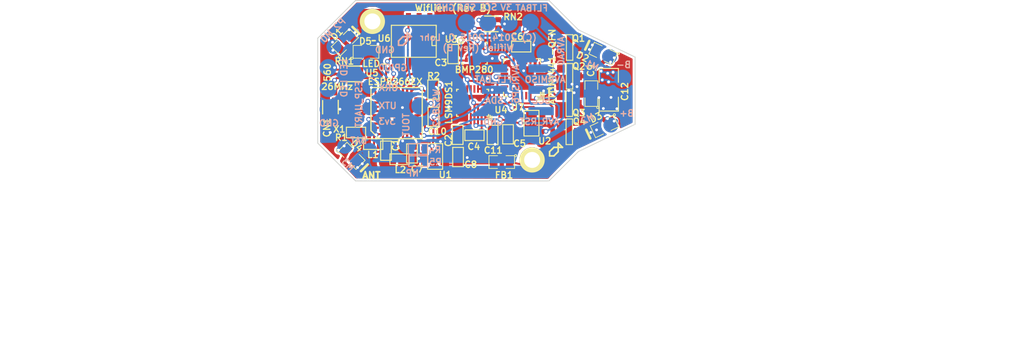
<source format=kicad_pcb>
(kicad_pcb (version 3) (host pcbnew "(2013-jul-07)-stable")
  (title_block (title Wiflier) (rev A))
  (layers (15 F.Cu signal) (0 B.Cu signal) (18 B.Paste user) (19 F.Paste user) (20 B.SilkS user) (21 F.SilkS user) (22 B.Mask user) (23 F.Mask user) (28 Edge.Cuts user))
  (net 0 "")
  (net 1 +3.3V)
  (net 2 +3.3VP)
  (net 3 +BATT)
  (net 4 AVRMISO)
  (net 5 AVRRST)
  (net 6 AVRVCC)
  (net 7 DISABLELV3)
  (net 8 GND)
  (net 9 GP5)
  (net 10 GPIO0)
  (net 11 GPIO2)
  (net 12 M0P)
  (net 13 M1P)
  (net 14 M2P)
  (net 15 M3P)
  (net 16 MTR0)
  (net 17 MTR1)
  (net 18 MTR2)
  (net 19 MTR3)
  (net 20 N-0000015)
  (net 21 N-0000016)
  (net 22 N-0000017)
  (net 23 N-0000018)
  (net 24 N-0000019)
  (net 25 N-0000021)
  (net 26 N-0000023)
  (net 27 N-0000026)
  (net 28 N-0000035)
  (net 29 N-0000037)
  (net 30 N-0000039)
  (net 31 N-000004)
  (net 32 N-0000040)
  (net 33 N-0000042)
  (net 34 N-0000044)
  (net 35 N-0000049)
  (net 36 SCL)
  (net 37 SDA)
  (net 38 TOUT)
  (net 39 URX)
  (net 40 UTX)
  (module QFN20 (layer F.Cu) (at 69.74332 58.41746 180)
    (fp_text reference U7 (at 0.5334 -3.48742 180) (layer F.SilkS) (effects (font (size 0.762 0.762) (thickness 0.1524))))
    (fp_text value ATTINY441-QFN (at -3.58648 1.34366 270) (layer F.SilkS) (effects (font (size 0.762 0.762) (thickness 0.1524))))
    (pad 21 smd rect (at 0 0 180) (size 2.75 2.75) (layers F.Cu F.Paste F.Mask) (net 8 GND))
    (pad 1 smd rect (at -2.1 -1 180) (size 0.9 0.25) (layers F.Cu F.Paste F.Mask) (net 36 SCL))
    (pad 2 smd rect (at -2.1 -0.5 180) (size 0.9 0.25) (layers F.Cu F.Paste F.Mask) (net 18 MTR2))
    (pad 3 smd rect (at -2.1 0 180) (size 0.9 0.25) (layers F.Cu F.Paste F.Mask) (net 17 MTR1))
    (pad 4 smd rect (at -2.1 0.5 180) (size 0.9 0.25) (layers F.Cu F.Paste F.Mask) (net 16 MTR0))
    (pad 5 smd rect (at -2.1 1 180) (size 0.9 0.25) (layers F.Cu F.Paste F.Mask) (net 28 N-0000035))
    (pad 6 smd rect (at -1 2.1 270) (size 0.9 0.25) (layers F.Cu F.Paste F.Mask))
    (pad 7 smd rect (at -0.5 2.1 270) (size 0.9 0.25) (layers F.Cu F.Paste F.Mask))
    (pad 8 smd rect (at 0 2.1 270) (size 0.9 0.25) (layers F.Cu F.Paste F.Mask) (net 8 GND))
    (pad 9 smd rect (at 0.5 2.1 270) (size 0.9 0.25) (layers F.Cu F.Paste F.Mask) (net 6 AVRVCC))
    (pad 10 smd rect (at 1 2.1 270) (size 0.9 0.25) (layers F.Cu F.Paste F.Mask))
    (pad 11 smd rect (at 2.1 1) (size 0.9 0.25) (layers F.Cu F.Paste F.Mask))
    (pad 12 smd rect (at 2.1 0.5) (size 0.9 0.25) (layers F.Cu F.Paste F.Mask))
    (pad 13 smd rect (at 2.1 0) (size 0.9 0.25) (layers F.Cu F.Paste F.Mask) (net 5 AVRRST))
    (pad 14 smd rect (at 2.1 -0.5) (size 0.9 0.25) (layers F.Cu F.Paste F.Mask) (net 19 MTR3))
    (pad 15 smd rect (at 2.1 -1) (size 0.9 0.25) (layers F.Cu F.Paste F.Mask) (net 7 DISABLELV3))
    (pad 16 smd rect (at 1 -2.1 90) (size 0.9 0.25) (layers F.Cu F.Paste F.Mask) (net 37 SDA))
    (pad 17 smd rect (at 0.5 -2.1 90) (size 0.9 0.25) (layers F.Cu F.Paste F.Mask))
    (pad 18 smd rect (at 0 -2.1 90) (size 0.9 0.25) (layers F.Cu F.Paste F.Mask))
    (pad 19 smd rect (at -0.5 -2.1 90) (size 0.9 0.25) (layers F.Cu F.Paste F.Mask))
    (pad 20 smd rect (at -1 -2.1 90) (size 0.9 0.25) (layers F.Cu F.Paste F.Mask) (net 4 AVRMISO))
  )
  (module RIBBON6SMT (layer B.Cu) (at 66.4718 57.27954 270)
    (fp_text reference J1 hide)
    (fp_text value AVRISP6 (at 1.85166 -2.54 270) (layer B.SilkS) (effects (font (size 0.762 0.762) (thickness 0.1524)) (justify mirror)))
    (pad 2 smd rect (at 0 0 270) (size 0.9652 3.0226) (layers B.Cu B.Paste B.Mask) (net 6 AVRVCC))
    (pad 4 smd rect (at 2.54 0 270) (size 0.9652 3.0226) (layers B.Cu B.Paste B.Mask) (net 37 SDA))
    (pad 6 smd rect (at 5.08 0 270) (size 0.9652 3.0226) (layers B.Cu B.Paste B.Mask) (net 8 GND))
    (pad 1 smd rect (at 0 -5.5372 270) (size 0.9652 3.0226) (layers B.Cu B.Paste B.Mask) (net 4 AVRMISO))
    (pad 3 smd rect (at 2.54 -5.5372 270) (size 0.9652 3.0226) (layers B.Cu B.Paste B.Mask) (net 36 SCL))
    (pad 5 smd rect (at 5.08 -5.5372 270) (size 0.9652 3.0226) (layers B.Cu B.Paste B.Mask) (net 5 AVRRST))
  )
  (module XTAL4P (layer F.Cu) (at 50.31486 60.61456 270)
    (fp_text reference X1 (at 3.90144 2.30886 360) (layer F.SilkS) (effects (font (size 0.762 0.762) (thickness 0.1524))))
    (fp_text value 26MHz (at -1.18094 2.56752 360) (layer F.SilkS) (effects (font (size 0.762 0.762) (thickness 0.1524))))
    (pad 4 smd rect (at 0 0 270) (size 1.397 1.1938) (layers F.Cu F.Paste F.Mask) (net 8 GND))
    (pad 1 smd rect (at 0 1.7018 270) (size 1.397 1.1938) (layers F.Cu F.Paste F.Mask) (net 24 N-0000019))
    (pad 3 smd rect (at 2.286 1.7018 270) (size 1.397 1.1938) (layers F.Cu F.Paste F.Mask) (net 8 GND))
    (pad 2 smd rect (at 2.286 0 270) (size 1.397 1.1938) (layers F.Cu F.Paste F.Mask) (net 20 N-0000015))
  )
  (module SOT23GDS (layer F.Cu) (at 75.3872 58.2168 90)
    (fp_text reference Q2 (at 1.1938 1.1176 180) (layer F.SilkS) (effects (font (size 0.762 0.762) (thickness 0.1524))))
    (fp_text value 7A_20V hide)
    (pad S smd rect (at -0.889 -1.016 90) (size 0.9144 0.9144) (layers F.Cu F.Paste F.Mask) (net 8 GND))
    (pad G smd rect (at 0.889 -1.016 90) (size 0.9144 0.9144) (layers F.Cu F.Paste F.Mask) (net 17 MTR1))
    (pad D smd rect (at 0 1.016 90) (size 0.9144 0.9144) (layers F.Cu F.Paste F.Mask) (net 13 M1P))
  )
  (module SOT23GDS (layer F.Cu) (at 75.39736 54.78272 90)
    (fp_text reference Q1 (at 1.08712 1.06934 180) (layer F.SilkS) (effects (font (size 0.762 0.762) (thickness 0.1524))))
    (fp_text value 7A_20V hide)
    (pad S smd rect (at -0.889 -1.016 90) (size 0.9144 0.9144) (layers F.Cu F.Paste F.Mask) (net 8 GND))
    (pad G smd rect (at 0.889 -1.016 90) (size 0.9144 0.9144) (layers F.Cu F.Paste F.Mask) (net 16 MTR0))
    (pad D smd rect (at 0 1.016 90) (size 0.9144 0.9144) (layers F.Cu F.Paste F.Mask) (net 12 M0P))
  )
  (module SOT23GDS (layer F.Cu) (at 75.3618 61.468 90)
    (fp_text reference Q3 (at -1.09982 1.14554 180) (layer F.SilkS) (effects (font (size 0.762 0.762) (thickness 0.1524))))
    (fp_text value 7A_20V hide)
    (pad S smd rect (at -0.889 -1.016 90) (size 0.9144 0.9144) (layers F.Cu F.Paste F.Mask) (net 8 GND))
    (pad G smd rect (at 0.889 -1.016 90) (size 0.9144 0.9144) (layers F.Cu F.Paste F.Mask) (net 18 MTR2))
    (pad D smd rect (at 0 1.016 90) (size 0.9144 0.9144) (layers F.Cu F.Paste F.Mask) (net 14 M2P))
  )
  (module SOT23GDS (layer F.Cu) (at 75.3618 64.8208 90)
    (fp_text reference Q4 (at 1.2192 1.1938 180) (layer F.SilkS) (effects (font (size 0.762 0.762) (thickness 0.1524))))
    (fp_text value 7A_20V hide)
    (pad S smd rect (at -0.889 -1.016 90) (size 0.9144 0.9144) (layers F.Cu F.Paste F.Mask) (net 8 GND))
    (pad G smd rect (at 0.889 -1.016 90) (size 0.9144 0.9144) (layers F.Cu F.Paste F.Mask) (net 19 MTR3))
    (pad D smd rect (at 0 1.016 90) (size 0.9144 0.9144) (layers F.Cu F.Paste F.Mask) (net 15 M3P))
  )
  (module SOT23-5 (layer F.Cu) (at 70.8637 63.7965 90)
    (fp_text reference U2 (at -2.1295 1.5803 180) (layer F.SilkS) (effects (font (size 0.762 0.762) (thickness 0.1524))))
    (fp_text value MCP1824/3.3 hide)
    (pad 1 smd rect (at -0.9525 1.27 90) (size 0.508 0.762) (layers F.Cu F.Paste F.Mask) (net 6 AVRVCC))
    (pad 3 smd rect (at 0.9525 1.27 90) (size 0.508 0.762) (layers F.Cu F.Paste F.Mask) (net 7 DISABLELV3))
    (pad 5 smd rect (at -0.9525 -1.27 90) (size 0.508 0.762) (layers F.Cu F.Paste F.Mask) (net 2 +3.3VP))
    (pad 2 smd rect (at 0 1.27 90) (size 0.508 0.762) (layers F.Cu F.Paste F.Mask) (net 8 GND))
    (pad 4 smd rect (at 0.9525 -1.27 90) (size 0.508 0.762) (layers F.Cu F.Paste F.Mask))
  )
  (module SOT23-5 (layer F.Cu) (at 59.40552 67.75704 90)
    (fp_text reference U1 (at -2.18186 1.21158 180) (layer F.SilkS) (effects (font (size 0.762 0.762) (thickness 0.1524))))
    (fp_text value MCP1824/3.3 hide)
    (pad 1 smd rect (at -0.9525 1.27 90) (size 0.508 0.762) (layers F.Cu F.Paste F.Mask) (net 6 AVRVCC))
    (pad 3 smd rect (at 0.9525 1.27 90) (size 0.508 0.762) (layers F.Cu F.Paste F.Mask) (net 6 AVRVCC))
    (pad 5 smd rect (at -0.9525 -1.27 90) (size 0.508 0.762) (layers F.Cu F.Paste F.Mask) (net 1 +3.3V))
    (pad 2 smd rect (at 0 1.27 90) (size 0.508 0.762) (layers F.Cu F.Paste F.Mask) (net 8 GND))
    (pad 4 smd rect (at 0.9525 -1.27 90) (size 0.508 0.762) (layers F.Cu F.Paste F.Mask))
  )
  (module SO8E (layer F.Cu) (at 56.8706 54.04358 180)
    (fp_text reference U6 (at 3.5306 0.34798 180) (layer F.SilkS) (effects (font (size 0.762 0.762) (thickness 0.1524))))
    (fp_text value W25Q80DV hide)
    (pad 8 smd rect (at -1.905 -2.667 180) (size 0.59944 1.39954) (layers F.Cu F.Paste F.Mask) (net 1 +3.3V))
    (pad 1 smd rect (at -1.905 2.667 180) (size 0.59944 1.39954) (layers F.Cu F.Paste F.Mask) (net 35 N-0000049))
    (pad 7 smd rect (at -0.635 -2.667 180) (size 0.59944 1.39954) (layers F.Cu F.Paste F.Mask) (net 23 N-0000018))
    (pad 6 smd rect (at 0.635 -2.667 180) (size 0.59944 1.39954) (layers F.Cu F.Paste F.Mask) (net 33 N-0000042))
    (pad 5 smd rect (at 1.905 -2.667 180) (size 0.59944 1.39954) (layers F.Cu F.Paste F.Mask) (net 34 N-0000044))
    (pad 2 smd rect (at -0.635 2.667 180) (size 0.59944 1.39954) (layers F.Cu F.Paste F.Mask) (net 21 N-0000016))
    (pad 3 smd rect (at 0.635 2.667 180) (size 0.59944 1.39954) (layers F.Cu F.Paste F.Mask) (net 22 N-0000017))
    (pad 4 smd rect (at 1.905 2.667 180) (size 0.59944 1.39954) (layers F.Cu F.Paste F.Mask) (net 8 GND))
  )
  (module SM1206 (layer F.Cu) (at 80.0608 59.817 90)
    (fp_text reference C12 (at -0.20828 1.905 90) (layer F.SilkS) (effects (font (size 0.762 0.762) (thickness 0.1524))))
    (fp_text value 100uF hide)
    (pad 1 smd rect (at -1.651 0 90) (size 1.524 2.032) (layers F.Cu F.Paste F.Mask) (net 3 +BATT))
    (pad 2 smd rect (at 1.651 0 90) (size 1.524 2.032) (layers F.Cu F.Paste F.Mask) (net 8 GND))
  )
  (module SM0603 (layer F.Cu) (at 55.17388 68.08978)
    (fp_text reference L2 (at 0.0889 1.25476) (layer F.SilkS) (effects (font (size 0.762 0.762) (thickness 0.1524))))
    (fp_text value NP hide)
    (pad 1 smd rect (at -0.762 0) (size 0.635 1.143) (layers F.Cu F.Paste F.Mask) (net 27 N-0000026))
    (pad 2 smd rect (at 0.762 0) (size 0.635 1.143) (layers F.Cu F.Paste F.Mask) (net 8 GND))
  )
  (module SM0603 (layer F.Cu) (at 64.08166 65.22974)
    (fp_text reference C4 (at -0.07366 1.35636) (layer F.SilkS) (effects (font (size 0.762 0.762) (thickness 0.1524))))
    (fp_text value .1u hide)
    (pad 1 smd rect (at -0.762 0) (size 0.635 1.143) (layers F.Cu F.Paste F.Mask) (net 8 GND))
    (pad 2 smd rect (at 0.762 0) (size 0.635 1.143) (layers F.Cu F.Paste F.Mask) (net 32 N-0000040))
  )
  (module SM0603 (layer F.Cu) (at 61.54674 55.56504 90)
    (fp_text reference C3 (at -1.02616 -1.45796 180) (layer F.SilkS) (effects (font (size 0.762 0.762) (thickness 0.1524))))
    (fp_text value 1u hide)
    (pad 1 smd rect (at -0.762 0 90) (size 0.635 1.143) (layers F.Cu F.Paste F.Mask) (net 2 +3.3VP))
    (pad 2 smd rect (at 0.762 0 90) (size 0.635 1.143) (layers F.Cu F.Paste F.Mask) (net 8 GND))
  )
  (module SM0603 (layer F.Cu) (at 62.08776 65.18656 90)
    (fp_text reference C2 (at -0.6731 -1.08966 90) (layer F.SilkS) (effects (font (size 0.762 0.762) (thickness 0.1524))))
    (fp_text value 10nF hide)
    (pad 1 smd rect (at -0.762 0 90) (size 0.635 1.143) (layers F.Cu F.Paste F.Mask) (net 8 GND))
    (pad 2 smd rect (at 0.762 0 90) (size 0.635 1.143) (layers F.Cu F.Paste F.Mask) (net 29 N-0000037))
  )
  (module SM0603 (layer F.Cu) (at 68.07708 65.12052 270)
    (fp_text reference C5 (at 1.09728 -1.37922 360) (layer F.SilkS) (effects (font (size 0.762 0.762) (thickness 0.1524))))
    (fp_text value .1u hide)
    (pad 1 smd rect (at -0.762 0 270) (size 0.635 1.143) (layers F.Cu F.Paste F.Mask) (net 2 +3.3VP))
    (pad 2 smd rect (at 0.762 0 270) (size 0.635 1.143) (layers F.Cu F.Paste F.Mask) (net 8 GND))
  )
  (module SM0603 (layer F.Cu) (at 69.64426 54.68112 180)
    (fp_text reference C6 (at 0.48514 1.19634 180) (layer F.SilkS) (effects (font (size 0.762 0.762) (thickness 0.1524))))
    (fp_text value 1u hide)
    (pad 1 smd rect (at -0.762 0 180) (size 0.635 1.143) (layers F.Cu F.Paste F.Mask) (net 8 GND))
    (pad 2 smd rect (at 0.762 0 180) (size 0.635 1.143) (layers F.Cu F.Paste F.Mask) (net 6 AVRVCC))
  )
  (module SM0603 (layer F.Cu) (at 66.24066 65.19164 270)
    (fp_text reference C11 (at 1.83896 -0.07874 360) (layer F.SilkS) (effects (font (size 0.762 0.762) (thickness 0.1524))))
    (fp_text value 10uF hide)
    (pad 1 smd rect (at -0.762 0 270) (size 0.635 1.143) (layers F.Cu F.Paste F.Mask) (net 2 +3.3VP))
    (pad 2 smd rect (at 0.762 0 270) (size 0.635 1.143) (layers F.Cu F.Paste F.Mask) (net 8 GND))
  )
  (module SM0603 (layer F.Cu) (at 52.03952 66.28892 180)
    (fp_text reference L1 (at 0.04064 -1.26492 180) (layer F.SilkS) (effects (font (size 0.762 0.762) (thickness 0.1524))))
    (fp_text value NP hide)
    (pad 1 smd rect (at -0.762 0 180) (size 0.635 1.143) (layers F.Cu F.Paste F.Mask) (net 31 N-000004))
    (pad 2 smd rect (at 0.762 0 180) (size 0.635 1.143) (layers F.Cu F.Paste F.Mask) (net 8 GND))
  )
  (module SM0603 (layer F.Cu) (at 59.19978 63.03772 90)
    (fp_text reference C10 (at -1.74752 0.4699 180) (layer F.SilkS) (effects (font (size 0.762 0.762) (thickness 0.1524))))
    (fp_text value 10uF hide)
    (pad 1 smd rect (at -0.762 0 90) (size 0.635 1.143) (layers F.Cu F.Paste F.Mask) (net 1 +3.3V))
    (pad 2 smd rect (at 0.762 0 90) (size 0.635 1.143) (layers F.Cu F.Paste F.Mask) (net 8 GND))
  )
  (module SM0603 (layer F.Cu) (at 62.13348 67.82562 90)
    (fp_text reference C8 (at -0.89408 1.50622 180) (layer F.SilkS) (effects (font (size 0.762 0.762) (thickness 0.1524))))
    (fp_text value 10uF hide)
    (pad 1 smd rect (at -0.762 0 90) (size 0.635 1.143) (layers F.Cu F.Paste F.Mask) (net 6 AVRVCC))
    (pad 2 smd rect (at 0.762 0 90) (size 0.635 1.143) (layers F.Cu F.Paste F.Mask) (net 8 GND))
  )
  (module SM0603 (layer F.Cu) (at 53.56098 67.07124 270)
    (fp_text reference C1 (at -0.6858 -1.16586 270) (layer F.SilkS) (effects (font (size 0.762 0.762) (thickness 0.1524))))
    (fp_text value 5.6pF hide)
    (pad 1 smd rect (at -0.762 0 270) (size 0.635 1.143) (layers F.Cu F.Paste F.Mask) (net 31 N-000004))
    (pad 2 smd rect (at 0.762 0 270) (size 0.635 1.143) (layers F.Cu F.Paste F.Mask) (net 27 N-0000026))
  )
  (module QFN32 (layer F.Cu) (at 54.8237 62.5972 90)
    (fp_text reference U5 (at 4.79442 -2.92388 180) (layer F.SilkS) (effects (font (size 0.762 0.762) (thickness 0.1524))))
    (fp_text value ESP8266EX (at 3.74032 -0.17306 180) (layer F.SilkS) (effects (font (size 0.762 0.762) (thickness 0.1524))))
    (pad 31 smd rect (at -1.24968 -2.49936 90) (size 0.254 0.762) (layers F.Cu F.Paste F.Mask) (net 25 N-0000021))
    (pad 30 smd rect (at -0.7493 -2.49936 90) (size 0.254 0.762) (layers F.Cu F.Paste F.Mask) (net 1 +3.3V))
    (pad 29 smd rect (at -0.24892 -2.49936 90) (size 0.254 0.762) (layers F.Cu F.Paste F.Mask) (net 1 +3.3V))
    (pad 32 smd rect (at -1.75006 -2.49936 90) (size 0.254 0.762) (layers F.Cu F.Paste F.Mask))
    (pad 1 smd rect (at -2.49936 -1.75006 180) (size 0.254 0.762) (layers F.Cu F.Paste F.Mask) (net 1 +3.3V))
    (pad 2 smd rect (at -2.49936 -1.24968 180) (size 0.254 0.762) (layers F.Cu F.Paste F.Mask) (net 31 N-000004))
    (pad 3 smd rect (at -2.49936 -0.7493 180) (size 0.254 0.762) (layers F.Cu F.Paste F.Mask) (net 1 +3.3V))
    (pad 4 smd rect (at -2.49936 -0.24892 180) (size 0.254 0.762) (layers F.Cu F.Paste F.Mask) (net 1 +3.3V))
    (pad 5 smd rect (at -2.49936 0.24892 180) (size 0.254 0.762) (layers F.Cu F.Paste F.Mask))
    (pad 6 smd rect (at -2.49936 0.7493 180) (size 0.254 0.762) (layers F.Cu F.Paste F.Mask) (net 38 TOUT))
    (pad 7 smd rect (at -2.49936 1.24968 180) (size 0.254 0.762) (layers F.Cu F.Paste F.Mask) (net 1 +3.3V))
    (pad 8 smd rect (at -2.49936 1.75006 180) (size 0.254 0.762) (layers F.Cu F.Paste F.Mask))
    (pad 16 smd rect (at 1.75006 2.49936 90) (size 0.254 0.762) (layers F.Cu F.Paste F.Mask))
    (pad 9 smd rect (at -1.75006 2.49936 90) (size 0.254 0.762) (layers F.Cu F.Paste F.Mask) (net 36 SCL))
    (pad 10 smd rect (at -1.24968 2.49936 90) (size 0.254 0.762) (layers F.Cu F.Paste F.Mask) (net 37 SDA))
    (pad 11 smd rect (at -0.7493 2.49936 90) (size 0.254 0.762) (layers F.Cu F.Paste F.Mask) (net 1 +3.3V))
    (pad 12 smd rect (at -0.24892 2.49936 90) (size 0.254 0.762) (layers F.Cu F.Paste F.Mask) (net 1 +3.3V))
    (pad 13 smd rect (at 0.24892 2.49936 90) (size 0.254 0.762) (layers F.Cu F.Paste F.Mask) (net 8 GND))
    (pad 14 smd rect (at 0.7493 2.49936 90) (size 0.254 0.762) (layers F.Cu F.Paste F.Mask) (net 11 GPIO2))
    (pad 15 smd rect (at 1.24968 2.49936 90) (size 0.254 0.762) (layers F.Cu F.Paste F.Mask) (net 10 GPIO0))
    (pad 17 smd rect (at 2.49936 1.75006 180) (size 0.254 0.762) (layers F.Cu F.Paste F.Mask) (net 1 +3.3V))
    (pad 18 smd rect (at 2.49936 1.24968 180) (size 0.254 0.762) (layers F.Cu F.Paste F.Mask) (net 23 N-0000018))
    (pad 19 smd rect (at 2.49936 0.7493 180) (size 0.254 0.762) (layers F.Cu F.Paste F.Mask) (net 22 N-0000017))
    (pad 20 smd rect (at 2.49936 0.24892 180) (size 0.254 0.762) (layers F.Cu F.Paste F.Mask) (net 35 N-0000049))
    (pad 21 smd rect (at 2.49936 -0.24892 180) (size 0.254 0.762) (layers F.Cu F.Paste F.Mask) (net 33 N-0000042))
    (pad 22 smd rect (at 2.49936 -0.7493 180) (size 0.254 0.762) (layers F.Cu F.Paste F.Mask) (net 21 N-0000016))
    (pad 23 smd rect (at 2.49936 -1.24968 180) (size 0.254 0.762) (layers F.Cu F.Paste F.Mask) (net 34 N-0000044))
    (pad 24 smd rect (at 2.49936 -1.75006 180) (size 0.254 0.762) (layers F.Cu F.Paste F.Mask) (net 9 GP5))
    (pad 25 smd rect (at 1.75006 -2.49936 90) (size 0.254 0.762) (layers F.Cu F.Paste F.Mask) (net 39 URX))
    (pad 26 smd rect (at 1.24968 -2.49936 90) (size 0.254 0.762) (layers F.Cu F.Paste F.Mask) (net 40 UTX))
    (pad 27 smd rect (at 0.7493 -2.49936 90) (size 0.254 0.762) (layers F.Cu F.Paste F.Mask) (net 24 N-0000019))
    (pad 28 smd rect (at 0.24892 -2.49936 90) (size 0.254 0.762) (layers F.Cu F.Paste F.Mask) (net 20 N-0000015))
    (pad 33 smd rect (at 0 0 90) (size 2.99974 2.99974) (layers F.Cu F.Paste F.Mask) (net 8 GND))
  )
  (module NETWORK0606 (layer F.Cu) (at 46.95444 61.89472 90)
    (fp_text reference CN1 (at -2.42824 -0.4191 90) (layer F.SilkS) (effects (font (size 0.762 0.762) (thickness 0.1524))))
    (fp_text value 10p hide)
    (pad 1 smd rect (at -0.8 -0.5 90) (size 0.7 0.6) (layers F.Cu F.Paste F.Mask) (net 20 N-0000015))
    (pad 2 smd rect (at 0.8 -0.5 90) (size 0.7 0.6) (layers F.Cu F.Paste F.Mask) (net 8 GND))
    (pad 3 smd rect (at -0.8 0.5 90) (size 0.7 0.6) (layers F.Cu F.Paste F.Mask) (net 8 GND))
    (pad 4 smd rect (at 0.8 0.5 90) (size 0.7 0.6) (layers F.Cu F.Paste F.Mask) (net 24 N-0000019))
  )
  (module SMT_1x6 (layer B.Cu) (at 51.6255 60.6933 270)
    (fp_text reference P32 hide)
    (fp_text value ESP_UART (at 0.84328 1.29032 270) (layer B.SilkS) (effects (font (size 0.762 0.762) (thickness 0.1524)) (justify mirror)))
    (pad 1 smd rect (at -6.35 0 270) (size 1.778 1.778) (layers B.Cu B.Paste B.Mask) (net 8 GND))
    (pad 2 smd circle (at -3.81 0 270) (size 1.778 1.778) (layers B.Cu B.Paste B.Mask) (net 10 GPIO0))
    (pad 3 smd circle (at -1.27 0 270) (size 1.778 1.778) (layers B.Cu B.Paste B.Mask) (net 39 URX))
    (pad 4 smd circle (at 1.27 0 270) (size 1.778 1.778) (layers B.Cu B.Paste B.Mask) (net 40 UTX))
    (pad 5 smd circle (at 3.81 0 270) (size 1.778 1.778) (layers B.Cu B.Paste B.Mask) (net 1 +3.3V))
    (pad 6 smd circle (at 6.35 0 270) (size 1.778 1.778) (layers B.Cu B.Paste B.Mask) (net 3 +BATT))
  )
  (module SMT_1x2 (layer B.Cu) (at 48.26508 53.76672 225)
    (fp_text reference P2 (at -1.099183 1.390144 225) (layer B.SilkS) (effects (font (size 0.762 0.762) (thickness 0.1524)) (justify mirror)))
    (fp_text value M0 (at 1.003993 1.438637 225) (layer B.SilkS) (effects (font (size 0.762 0.762) (thickness 0.1524)) (justify mirror)))
    (pad 1 smd rect (at -1.27 0 225) (size 1.778 1.778) (layers B.Cu B.Paste B.Mask) (net 3 +BATT))
    (pad 2 smd circle (at 1.27 0 225) (size 1.778 1.778) (layers B.Cu B.Paste B.Mask) (net 12 M0P))
  )
  (module SMT_1x2 (layer B.Cu) (at 78.99654 55.33136 335)
    (fp_text reference P3 hide)
    (fp_text value M1 (at -0.181906 1.844116 335) (layer B.SilkS) (effects (font (size 0.762 0.762) (thickness 0.1524)) (justify mirror)))
    (pad 1 smd rect (at -1.27 0 335) (size 1.778 1.778) (layers B.Cu B.Paste B.Mask) (net 3 +BATT))
    (pad 2 smd circle (at 1.27 0 335) (size 1.778 1.778) (layers B.Cu B.Paste B.Mask) (net 13 M1P))
  )
  (module SMT_1x2 (layer B.Cu) (at 79.15656 64.55918 25)
    (fp_text reference P4 hide)
    (fp_text value M2 (at -0.913549 -1.827285 25) (layer B.SilkS) (effects (font (size 0.762 0.762) (thickness 0.1524)) (justify mirror)))
    (pad 1 smd rect (at -1.27 0 25) (size 1.778 1.778) (layers B.Cu B.Paste B.Mask) (net 3 +BATT))
    (pad 2 smd circle (at 1.27 0 25) (size 1.778 1.778) (layers B.Cu B.Paste B.Mask) (net 14 M2P))
  )
  (module SMT_1x2 (layer B.Cu) (at 49.55032 67.4497 135)
    (fp_text reference P5 hide)
    (fp_text value M3 (at -0.562164 -1.269808 135) (layer B.SilkS) (effects (font (size 0.762 0.762) (thickness 0.1524)) (justify mirror)))
    (pad 1 smd rect (at -1.27 0 135) (size 1.778 1.778) (layers B.Cu B.Paste B.Mask) (net 3 +BATT))
    (pad 2 smd circle (at 1.27 0 135) (size 1.778 1.778) (layers B.Cu B.Paste B.Mask) (net 15 M3P))
  )
  (module .1SMTPIN (layer B.Cu) (at 81.7118 58.4454)
    (fp_text reference P24 hide)
    (fp_text value B- (at 0.12192 -1.61036) (layer B.SilkS) (effects (font (size 0.762 0.762) (thickness 0.1524)) (justify mirror)))
    (pad 1 smd circle (at 0 0) (size 2.032 2.032) (layers B.Cu B.Paste B.Mask) (net 8 GND))
  )
  (module .1SMTPIN (layer B.Cu) (at 81.6102 61.1124)
    (fp_text reference P21 hide)
    (fp_text value B+ (at 0.57912 1.50114) (layer B.SilkS) (effects (font (size 0.762 0.762) (thickness 0.1524)) (justify mirror)))
    (pad 1 smd circle (at 0 0) (size 2.032 2.032) (layers B.Cu B.Paste B.Mask) (net 3 +BATT))
  )
  (module .1SMTPIN (layer B.Cu) (at 57.59704 61.75756)
    (fp_text reference P1 hide)
    (fp_text value WS2812 (at 1.97358 0.21844 90) (layer B.SilkS) (effects (font (size 0.762 0.762) (thickness 0.1524)) (justify mirror)))
    (pad 1 smd circle (at 0 0) (size 2.032 2.032) (layers B.Cu B.Paste B.Mask) (net 11 GPIO2))
  )
  (module HOLE-1.9MM (layer F.Cu) (at 51.944 51.676)
    (fp_text reference P7 hide)
    (fp_text value ~ hide)
    (pad 1 thru_hole circle (at 0 0) (size 3 3) (drill 1.9) (layers *.Cu *.Mask F.SilkS) (net 8 GND))
  )
  (module HOLE-1.9MM (layer F.Cu) (at 70.944 68.176)
    (fp_text reference P8 hide)
    (fp_text value ~ hide)
    (pad 1 thru_hole circle (at 0 0) (size 3 3) (drill 1.9) (layers *.Cu *.Mask F.SilkS) (net 3 +BATT))
  )
  (module SM0603 (layer F.Cu) (at 56.6547 67.3989 270)
    (fp_text reference C7 (at 1.8669 -0.6096 360) (layer F.SilkS) (effects (font (size 0.762 0.762) (thickness 0.1524))))
    (fp_text value 1uF hide)
    (pad 1 smd rect (at -0.762 0 270) (size 0.635 1.143) (layers F.Cu F.Paste F.Mask) (net 1 +3.3V))
    (pad 2 smd rect (at 0.762 0 270) (size 0.635 1.143) (layers F.Cu F.Paste F.Mask) (net 8 GND))
  )
  (module .1SMTPIN (layer B.Cu) (at 63.119 51.816)
    (fp_text reference P9 hide)
    (fp_text value SDA (at 0.0762 -1.778) (layer B.SilkS) (effects (font (size 0.762 0.762) (thickness 0.1524)) (justify mirror)))
    (pad 1 smd circle (at 0 0) (size 2.032 2.032) (layers B.Cu B.Paste B.Mask) (net 37 SDA))
  )
  (module .1SMTPIN (layer B.Cu) (at 65.659 51.816)
    (fp_text reference P10 hide)
    (fp_text value SCL (at 0.0762 -1.8288) (layer B.SilkS) (effects (font (size 0.762 0.762) (thickness 0.1524)) (justify mirror)))
    (pad 1 smd circle (at 0 0) (size 2.032 2.032) (layers B.Cu B.Paste B.Mask) (net 36 SCL))
  )
  (module SM0603 (layer F.Cu) (at 49.99482 64.91224)
    (fp_text reference R1 (at -1.74752 0.5969) (layer F.SilkS) (effects (font (size 0.762 0.762) (thickness 0.1524))))
    (fp_text value 12k hide)
    (pad 1 smd rect (at -0.762 0) (size 0.635 1.143) (layers F.Cu F.Paste F.Mask) (net 8 GND))
    (pad 2 smd rect (at 0.762 0) (size 0.635 1.143) (layers F.Cu F.Paste F.Mask) (net 25 N-0000021))
  )
  (module SM0603 (layer F.Cu) (at 59.17438 59.80176 90)
    (fp_text reference R2 (at 1.6284 0.0476 180) (layer F.SilkS) (effects (font (size 0.762 0.762) (thickness 0.1524))))
    (fp_text value 12k hide)
    (pad 1 smd rect (at -0.762 0 90) (size 0.635 1.143) (layers F.Cu F.Paste F.Mask) (net 10 GPIO0))
    (pad 2 smd rect (at 0.762 0 90) (size 0.635 1.143) (layers F.Cu F.Paste F.Mask) (net 1 +3.3V))
  )
  (module .1SMTPIN (layer B.Cu) (at 68.199 51.816)
    (fp_text reference P11 hide)
    (fp_text value 3V (at -0.32766 -1.77546) (layer B.SilkS) (effects (font (size 0.762 0.762) (thickness 0.1524)) (justify mirror)))
    (pad 1 smd circle (at 0 0) (size 2.032 2.032) (layers B.Cu B.Paste B.Mask) (net 2 +3.3VP))
  )
  (module .1SMTPIN (layer B.Cu) (at 60.579 51.816)
    (fp_text reference P12 hide)
    (fp_text value GND (at 0 -1.7526) (layer B.SilkS) (effects (font (size 0.762 0.762) (thickness 0.1524)) (justify mirror)))
    (pad 1 smd circle (at 0 0) (size 2.032 2.032) (layers B.Cu B.Paste B.Mask) (net 8 GND))
  )
  (module NETWORK0606 (layer F.Cu) (at 49.694 57.926 180)
    (fp_text reference RN1 (at 1.08602 1.50752 180) (layer F.SilkS) (effects (font (size 0.762 0.762) (thickness 0.1524))))
    (fp_text value 560 (at 3.09262 0.18164 270) (layer F.SilkS) (effects (font (size 0.762 0.762) (thickness 0.1524))))
    (pad 1 smd rect (at -0.8 -0.5 180) (size 0.7 0.6) (layers F.Cu F.Paste F.Mask) (net 9 GP5))
    (pad 2 smd rect (at 0.8 -0.5 180) (size 0.7 0.6) (layers F.Cu F.Paste F.Mask) (net 30 N-0000039))
    (pad 3 smd rect (at -0.8 0.5 180) (size 0.7 0.6) (layers F.Cu F.Paste F.Mask) (net 9 GP5))
    (pad 4 smd rect (at 0.8 0.5 180) (size 0.7 0.6) (layers F.Cu F.Paste F.Mask) (net 26 N-0000023))
  )
  (module .1SMTPIN (layer B.Cu) (at 46.694 59.676)
    (fp_text reference P13 hide)
    (fp_text value LED (at 1.88096 -0.00632 90) (layer B.SilkS) (effects (font (size 0.762 0.762) (thickness 0.1524)) (justify mirror)))
    (pad 1 smd circle (at 0 0) (size 2.032 2.032) (layers B.Cu B.Paste B.Mask) (net 30 N-0000039))
  )
  (module .1SMTPIN (layer B.Cu) (at 46.694 57.176)
    (fp_text reference P14 hide)
    (fp_text value LED (at 1.8835 -0.026 90) (layer B.SilkS) (effects (font (size 0.762 0.762) (thickness 0.1524)) (justify mirror)))
    (pad 1 smd circle (at 0 0) (size 2.032 2.032) (layers B.Cu B.Paste B.Mask) (net 26 N-0000023))
  )
  (module .1SMTPIN (layer B.Cu) (at 46.68266 62.13348)
    (fp_text reference P15 hide)
    (fp_text value GND (at 0.09652 1.66116) (layer B.SilkS) (effects (font (size 0.762 0.762) (thickness 0.1524)) (justify mirror)))
    (pad 1 smd circle (at 0 0) (size 2.032 2.032) (layers B.Cu B.Paste B.Mask) (net 8 GND))
  )
  (module .1SMTPIN (layer B.Cu) (at 70.75678 51.76774)
    (fp_text reference P16 hide)
    (fp_text value FLTBAT (at 0.13208 -1.66878) (layer B.SilkS) (effects (font (size 0.762 0.762) (thickness 0.1524)) (justify mirror)))
    (pad 1 smd circle (at 0 0) (size 2.032 2.032) (layers B.Cu B.Paste B.Mask) (net 6 AVRVCC))
  )
  (module LGA-24B (layer F.Cu) (at 63.86322 61.36894 180)
    (fp_text reference U4 (at -3.37566 -0.84836 180) (layer F.SilkS) (effects (font (size 0.762 0.762) (thickness 0.1524))))
    (fp_text value LSM9DS1 (at 2.82956 0.05334 270) (layer F.SilkS) (effects (font (size 0.762 0.762) (thickness 0.1524))))
    (pad 1 smd rect (at -1.505 -1.65 270) (size 0.9 0.23) (layers F.Cu F.Paste F.Mask) (net 2 +3.3VP))
    (pad 2 smd rect (at -1.778 -0.645 180) (size 0.9 0.23) (layers F.Cu F.Paste F.Mask) (net 36 SCL))
    (pad 3 smd rect (at -1.778 -0.215 180) (size 0.9 0.23) (layers F.Cu F.Paste F.Mask) (net 2 +3.3VP))
    (pad 4 smd rect (at -1.778 0.215 180) (size 0.9 0.23) (layers F.Cu F.Paste F.Mask) (net 37 SDA))
    (pad 5 smd rect (at -1.778 0.645 180) (size 0.9 0.23) (layers F.Cu F.Paste F.Mask) (net 8 GND))
    (pad 6 smd rect (at -1.505 1.65 270) (size 0.9 0.23) (layers F.Cu F.Paste F.Mask) (net 8 GND))
    (pad 7 smd rect (at -1.075 1.65 270) (size 0.9 0.23) (layers F.Cu F.Paste F.Mask) (net 2 +3.3VP))
    (pad 8 smd rect (at -0.645 1.65 270) (size 0.9 0.23) (layers F.Cu F.Paste F.Mask) (net 2 +3.3VP))
    (pad 9 smd rect (at -0.215 1.65 270) (size 0.9 0.23) (layers F.Cu F.Paste F.Mask))
    (pad 10 smd rect (at 0.215 1.65 270) (size 0.9 0.23) (layers F.Cu F.Paste F.Mask))
    (pad 11 smd rect (at 0.645 1.65 270) (size 0.9 0.23) (layers F.Cu F.Paste F.Mask))
    (pad 12 smd rect (at 1.075 1.65 270) (size 0.9 0.23) (layers F.Cu F.Paste F.Mask))
    (pad 13 smd rect (at 1.505 1.65 270) (size 0.9 0.23) (layers F.Cu F.Paste F.Mask) (net 8 GND))
    (pad 14 smd rect (at 1.778 0.645 180) (size 0.9 0.23) (layers F.Cu F.Paste F.Mask) (net 8 GND))
    (pad 15 smd rect (at 1.778 0.215 180) (size 0.9 0.23) (layers F.Cu F.Paste F.Mask) (net 8 GND))
    (pad 16 smd rect (at 1.778 -0.215 180) (size 0.9 0.23) (layers F.Cu F.Paste F.Mask) (net 8 GND))
    (pad 17 smd rect (at 1.778 -0.645 180) (size 0.9 0.23) (layers F.Cu F.Paste F.Mask) (net 8 GND))
    (pad 18 smd rect (at 1.505 -1.65 270) (size 0.9 0.23) (layers F.Cu F.Paste F.Mask) (net 8 GND))
    (pad 19 smd rect (at 1.075 -1.65 270) (size 0.9 0.23) (layers F.Cu F.Paste F.Mask) (net 8 GND))
    (pad 20 smd rect (at 0.645 -1.65 270) (size 0.9 0.23) (layers F.Cu F.Paste F.Mask) (net 8 GND))
    (pad 21 smd rect (at 0.215 -1.65 270) (size 0.9 0.23) (layers F.Cu F.Paste F.Mask) (net 29 N-0000037))
    (pad 22 smd rect (at -0.215 -1.65 270) (size 0.9 0.23) (layers F.Cu F.Paste F.Mask) (net 2 +3.3VP))
    (pad 23 smd rect (at -0.645 -1.65 270) (size 0.9 0.23) (layers F.Cu F.Paste F.Mask) (net 2 +3.3VP))
    (pad 24 smd rect (at -1.075 -1.65 270) (size 0.9 0.23) (layers F.Cu F.Paste F.Mask) (net 32 N-0000040))
  )
  (module SM0603 (layer B.Cu) (at 57.36844 66.8655 180)
    (fp_text reference R4 (at -1.99898 -0.09906 180) (layer B.SilkS) (effects (font (size 0.762 0.762) (thickness 0.1524)) (justify mirror)))
    (fp_text value NP hide)
    (pad 1 smd rect (at -0.762 0 180) (size 0.635 1.143) (layers B.Cu B.Paste B.Mask) (net 1 +3.3V))
    (pad 2 smd rect (at 0.762 0 180) (size 0.635 1.143) (layers B.Cu B.Paste B.Mask) (net 38 TOUT))
  )
  (module SM0603 (layer B.Cu) (at 57.40146 68.31838)
    (fp_text reference R5 (at 2.04724 0.09144) (layer B.SilkS) (effects (font (size 0.762 0.762) (thickness 0.1524)) (justify mirror)))
    (fp_text value NP (at -0.71882 1.44018) (layer B.SilkS) (effects (font (size 0.762 0.762) (thickness 0.1524)) (justify mirror)))
    (pad 1 smd rect (at -0.762 0) (size 0.635 1.143) (layers B.Cu B.Paste B.Mask) (net 38 TOUT))
    (pad 2 smd rect (at 0.762 0) (size 0.635 1.143) (layers B.Cu B.Paste B.Mask) (net 8 GND))
  )
  (module .1SMTPIN (layer B.Cu) (at 56.11368 66.41592)
    (fp_text reference P17 hide)
    (fp_text value TOUT (at -0.1651 -2.42316 90) (layer B.SilkS) (effects (font (size 0.762 0.762) (thickness 0.1524)) (justify mirror)))
    (pad 1 smd circle (at 0 0) (size 2.032 2.032) (layers B.Cu B.Paste B.Mask) (net 38 TOUT))
  )
  (module SM0805 (layer F.Cu) (at 48.66894 54.15534 45)
    (fp_text reference D1 (at 0 -1.347038 45) (layer F.SilkS) (effects (font (size 0.762 0.762) (thickness 0.1524))))
    (fp_text value 20V_500mA hide)
    (pad 1 smd rect (at -0.9525 0 45) (size 0.889 1.397) (layers F.Cu F.Paste F.Mask) (net 12 M0P))
    (pad 2 smd rect (at 0.9525 0 45) (size 0.889 1.397) (layers F.Cu F.Paste F.Mask) (net 3 +BATT))
  )
  (module SM0805 (layer F.Cu) (at 79.4004 55.499 155)
    (fp_text reference D2 (at 2.057368 -1.393766 155) (layer F.SilkS) (effects (font (size 0.762 0.762) (thickness 0.1524))))
    (fp_text value 20V_500mA hide)
    (pad 1 smd rect (at -0.9525 0 155) (size 0.889 1.397) (layers F.Cu F.Paste F.Mask) (net 13 M1P))
    (pad 2 smd rect (at 0.9525 0 155) (size 0.889 1.397) (layers F.Cu F.Paste F.Mask) (net 3 +BATT))
  )
  (module SM0805 (layer F.Cu) (at 79.5528 64.1858 205)
    (fp_text reference D3 (at 0.469804 1.390552 205) (layer F.SilkS) (effects (font (size 0.762 0.762) (thickness 0.1524))))
    (fp_text value 20V_500mA hide)
    (pad 1 smd rect (at -0.9525 0 205) (size 0.889 1.397) (layers F.Cu F.Paste F.Mask) (net 14 M2P))
    (pad 2 smd rect (at 0.9525 0 205) (size 0.889 1.397) (layers F.Cu F.Paste F.Mask) (net 3 +BATT))
  )
  (module SM0805 (layer F.Cu) (at 49.46142 67.68846 315)
    (fp_text reference D4 (at -0.400519 -1.284177 315) (layer F.SilkS) (effects (font (size 0.762 0.762) (thickness 0.1524))))
    (fp_text value 20V_500mA hide)
    (pad 1 smd rect (at -0.9525 0 315) (size 0.889 1.397) (layers F.Cu F.Paste F.Mask) (net 15 M3P))
    (pad 2 smd rect (at 0.9525 0 315) (size 0.889 1.397) (layers F.Cu F.Paste F.Mask) (net 3 +BATT))
  )
  (module SM0805 (layer F.Cu) (at 51.18354 55.29834)
    (fp_text reference D5 (at -0.07366 -1.26238) (layer F.SilkS) (effects (font (size 0.762 0.762) (thickness 0.1524))))
    (fp_text value LED- (at 1.09982 1.40716) (layer F.SilkS) (effects (font (size 0.762 0.762) (thickness 0.1524))))
    (pad 1 smd rect (at -0.9525 0) (size 0.889 1.397) (layers F.Cu F.Paste F.Mask) (net 26 N-0000023))
    (pad 2 smd rect (at 0.9525 0) (size 0.889 1.397) (layers F.Cu F.Paste F.Mask) (net 8 GND))
  )
  (module NETWORK0606 (layer F.Cu) (at 66.1035 51.9684 180)
    (fp_text reference RN2 (at -2.5781 0.8382 180) (layer F.SilkS) (effects (font (size 0.762 0.762) (thickness 0.1524))))
    (fp_text value 2.7k hide)
    (pad 1 smd rect (at -0.8 -0.5 180) (size 0.7 0.6) (layers F.Cu F.Paste F.Mask) (net 2 +3.3VP))
    (pad 2 smd rect (at 0.8 -0.5 180) (size 0.7 0.6) (layers F.Cu F.Paste F.Mask) (net 37 SDA))
    (pad 3 smd rect (at -0.8 0.5 180) (size 0.7 0.6) (layers F.Cu F.Paste F.Mask) (net 2 +3.3VP))
    (pad 4 smd rect (at 0.8 0.5 180) (size 0.7 0.6) (layers F.Cu F.Paste F.Mask) (net 36 SCL))
  )
  (module .1SMTPIN (layer B.Cu) (at 72.47382 55.4736)
    (fp_text reference P18 hide)
    (fp_text value AVRA0 (at 1.9177 -0.2667 90) (layer B.SilkS) (effects (font (size 0.762 0.762) (thickness 0.1524)) (justify mirror)))
    (pad 1 smd circle (at 0 0) (size 2.032 2.032) (layers B.Cu B.Paste B.Mask) (net 28 N-0000035))
  )
  (module SM0805 (layer F.Cu) (at 67.33032 68.4276 180)
    (fp_text reference FB1 (at -0.26924 -1.55448 180) (layer F.SilkS) (effects (font (size 0.762 0.762) (thickness 0.1524))))
    (fp_text value FB hide)
    (pad 1 smd rect (at -0.9525 0 180) (size 0.889 1.397) (layers F.Cu F.Paste F.Mask) (net 3 +BATT))
    (pad 2 smd rect (at 0.9525 0 180) (size 0.889 1.397) (layers F.Cu F.Paste F.Mask) (net 6 AVRVCC))
  )
  (module SM0805 (layer F.Cu) (at 77.98308 60.2742 90)
    (fp_text reference C9 (at 2.7559 -0.05334 90) (layer F.SilkS) (effects (font (size 0.762 0.762) (thickness 0.1524))))
    (fp_text value 10uF hide)
    (pad 1 smd rect (at -0.9525 0 90) (size 0.889 1.397) (layers F.Cu F.Paste F.Mask) (net 3 +BATT))
    (pad 2 smd rect (at 0.9525 0 90) (size 0.889 1.397) (layers F.Cu F.Paste F.Mask) (net 8 GND))
  )
  (module BMP280 (layer F.Cu) (at 64.09944 55.45836 90)
    (fp_text reference U3 (at 1.66116 -2.7813 180) (layer F.SilkS) (effects (font (size 0.762 0.762) (thickness 0.1524))))
    (fp_text value BMP280 (at -1.96596 -0.05334 180) (layer F.SilkS) (effects (font (size 0.762 0.762) (thickness 0.1524))))
    (pad 1 smd rect (at 0.8 -0.975 90) (size 0.5 0.35) (layers F.Cu F.Paste F.Mask) (net 8 GND))
    (pad 2 smd rect (at 0.8 -0.325 90) (size 0.5 0.35) (layers F.Cu F.Paste F.Mask) (net 2 +3.3VP))
    (pad 3 smd rect (at 0.8 0.325 90) (size 0.5 0.35) (layers F.Cu F.Paste F.Mask) (net 37 SDA))
    (pad 4 smd rect (at 0.8 0.975 90) (size 0.5 0.35) (layers F.Cu F.Paste F.Mask) (net 36 SCL))
    (pad 5 smd rect (at -0.8 0.975 90) (size 0.5 0.35) (layers F.Cu F.Paste F.Mask) (net 8 GND))
    (pad 6 smd rect (at -0.8 0.325 90) (size 0.5 0.35) (layers F.Cu F.Paste F.Mask) (net 2 +3.3VP))
    (pad 7 smd rect (at -0.8 -0.325 90) (size 0.5 0.35) (layers F.Cu F.Paste F.Mask) (net 8 GND))
    (pad 8 smd rect (at -0.8 -0.975 90) (size 0.5 0.35) (layers F.Cu F.Paste F.Mask) (net 2 +3.3VP))
  )
  (module .1SMTPIN (layer F.Cu) (at 53.74386 68.4657)
    (fp_text reference P6 hide)
    (fp_text value ANT (at -1.92024 1.55448) (layer F.SilkS) (effects (font (size 0.8 0.8) (thickness 0.2))))
    (pad 1 smd circle (at 0 0) (size 2.032 2.032) (layers F.Cu F.Paste F.Mask) (net 27 N-0000026))
  )
  (gr_text FLT_BAT (at 66.3321 58.58256) (layer B.SilkS) (effects (font (size 0.762 0.762) (thickness 0.1524)) (justify mirror)))
  (gr_text SDA (at 66.44386 61.09208) (layer B.SilkS) (effects (font (size 0.762 0.762) (thickness 0.1524)) (justify mirror)))
  (gr_text GND (at 66.3194 63.67018) (layer B.SilkS) (effects (font (size 0.762 0.762) (thickness 0.1524)) (justify mirror)))
  (gr_text AVR_RST (at 71.81342 63.61684) (layer B.SilkS) (effects (font (size 0.762 0.762) (thickness 0.1524)) (justify mirror)))
  (gr_text SCL (at 72.09282 61.12002) (layer B.SilkS) (effects (font (size 0.762 0.762) (thickness 0.1524)) (justify mirror)))
  (gr_text AVRMISO (at 72.48906 58.60288) (layer B.SilkS) (effects (font (size 0.762 0.762) (thickness 0.1524)) (justify mirror)))
  (gr_line (start 51.93538 53.96738) (end 52.26812 53.96738) (angle 90) (layer F.SilkS) (width 0.2))
  (gr_text "Wiflier (Rev B)" (at 61.5315 50.1015) (layer F.SilkS) (effects (font (size 0.8128 0.8128) (thickness 0.1651))))
  (gr_line (start 73.533 67.691) (end 73.025 67.691) (angle 90) (layer F.SilkS) (width 0.2))
  (gr_line (start 74.041 67.183) (end 73.533 67.691) (angle 90) (layer F.SilkS) (width 0.2))
  (gr_line (start 74.041 66.675) (end 74.041 67.183) (angle 90) (layer F.SilkS) (width 0.2))
  (gr_line (start 74.549 66.675) (end 74.041 66.167) (angle 90) (layer F.SilkS) (width 0.2))
  (gr_line (start 74.041 66.675) (end 74.549 66.675) (angle 90) (layer F.SilkS) (width 0.2))
  (gr_line (start 74.041 66.167) (end 74.041 66.675) (angle 90) (layer F.SilkS) (width 0.2))
  (gr_line (start 74.041 66.675) (end 74.041 66.167) (angle 90) (layer F.SilkS) (width 0.2))
  (gr_line (start 73.533 66.675) (end 74.041 66.675) (angle 90) (layer F.SilkS) (width 0.2))
  (gr_line (start 73.025 67.183) (end 73.533 66.675) (angle 90) (layer F.SilkS) (width 0.2))
  (gr_line (start 73.025 67.691) (end 73.025 67.183) (angle 90) (layer F.SilkS) (width 0.2))
  (gr_line (start 72.944 49.176) (end 49.944 49.176) (angle 90) (layer Edge.Cuts) (width 0.1))
  (gr_line (start 72.944 70.676) (end 49.944 70.676) (angle 90) (layer Edge.Cuts) (width 0.1))
  (gr_line (start 49.944 70.676) (end 45.444 66.176) (angle 90) (layer Edge.Cuts) (width 0.1))
  (gr_line (start 45.444 53.676) (end 49.944 49.176) (angle 90) (layer Edge.Cuts) (width 0.1))
  (gr_text - (at 50.90922 69.0372 45) (layer F.SilkS) (effects (font (size 1.5 1.5) (thickness 0.3))))
  (gr_text - (at 49.90338 52.8066 135) (layer F.SilkS) (effects (font (size 1.5 1.5) (thickness 0.3))))
  (gr_text - (at 77.59192 54.56428 245) (layer F.SilkS) (effects (font (size 1.5 1.5) (thickness 0.3))))
  (gr_text - (at 77.71384 65.0494 295) (layer F.SilkS) (effects (font (size 1.5 1.5) (thickness 0.3))))
  (gr_text 1 (at 72.9996 60.04306 180) (layer F.SilkS) (effects (font (size 0.762 0.762) (thickness 0.1905))))
  (gr_line (start 83.194 63.926) (end 76.444 67.176) (angle 90) (layer Edge.Cuts) (width 0.1))
  (gr_line (start 83.194 55.926) (end 83.194 63.926) (angle 90) (layer Edge.Cuts) (width 0.1))
  (gr_line (start 76.444 52.676) (end 83.194 55.926) (angle 90) (layer Edge.Cuts) (width 0.1))
  (gr_line (start 45.444 53.676) (end 45.444 66.176) (angle 90) (layer Edge.Cuts) (width 0.1))
  (gr_line (start 55.56504 54.51094) (end 55.05704 54.51094) (angle 90) (layer B.SilkS) (width 0.2))
  (gr_line (start 56.07304 54.00294) (end 55.56504 54.51094) (angle 90) (layer B.SilkS) (width 0.2))
  (gr_line (start 56.07304 53.49494) (end 56.07304 54.00294) (angle 90) (layer B.SilkS) (width 0.2))
  (gr_line (start 56.58104 53.49494) (end 56.07304 53.49494) (angle 90) (layer B.SilkS) (width 0.2))
  (gr_line (start 56.07304 52.98694) (end 56.58104 53.49494) (angle 90) (layer B.SilkS) (width 0.2))
  (gr_line (start 56.07304 53.49494) (end 56.07304 52.98694) (angle 90) (layer B.SilkS) (width 0.2))
  (gr_line (start 55.56504 53.49494) (end 56.07304 53.49494) (angle 90) (layer B.SilkS) (width 0.2))
  (gr_line (start 55.05704 54.00294) (end 55.56504 53.49494) (angle 90) (layer B.SilkS) (width 0.2))
  (gr_line (start 55.05704 54.51094) (end 55.05704 54.00294) (angle 90) (layer B.SilkS) (width 0.2))
  (gr_text "(C) 2014, 2015 C. Lohr\nWiflier (Rev B)" (at 64.5414 54.2036) (layer B.SilkS) (effects (font (size 0.762 0.762) (thickness 0.1524)) (justify mirror)))
  (gr_text GND (at 53.4289 55.06466) (layer B.SilkS) (effects (font (size 0.762 0.762) (thickness 0.1524)) (justify mirror)))
  (gr_text GPIO0 (at 54.37124 57.19826) (layer B.SilkS) (effects (font (size 0.762 0.762) (thickness 0.1524)) (justify mirror)))
  (gr_text "URX\n" (at 53.85562 59.58078) (layer B.SilkS) (effects (font (size 0.762 0.762) (thickness 0.1524)) (justify mirror)))
  (gr_text "UTX\n" (at 53.76672 61.71438) (layer B.SilkS) (effects (font (size 0.762 0.762) (thickness 0.1524)) (justify mirror)))
  (gr_text 3v3 (at 53.6956 63.58128) (layer B.SilkS) (effects (font (size 0.762 0.762) (thickness 0.1524)) (justify mirror)))
  (gr_text BAT (at 50.31486 65.85966) (layer B.SilkS) (effects (font (size 0.762 0.762) (thickness 0.1524)) (justify mirror)))
  (gr_line (start 72.944 49.176) (end 76.444 52.676) (angle 90) (layer Edge.Cuts) (width 0.1))
  (gr_line (start 72.944 70.676) (end 76.444 67.176) (angle 90) (layer Edge.Cuts) (width 0.1))
  (segment (start 58.70448 66.50736) (end 58.48858 66.50736) (width 0.2286) (layer B.Cu) (net 1))
  (segment (start 58.48858 66.50736) (end 58.13044 66.8655) (width 0.2286) (layer B.Cu) (net 1))
  (segment (start 59.04738 66.50736) (end 58.70448 66.50736) (width 0.2286) (layer B.Cu) (net 1))
  (segment (start 58.70448 66.50736) (end 58.79338 66.50736) (width 0.2286) (layer B.Cu) (net 1))
  (via (at 59.04738 66.50736) (size 0.5588) (layers F.Cu B.Cu) (net 1))
  (segment (start 59.04738 66.50736) (end 58.98896 66.89344) (width 0.2286) (layer F.Cu) (net 1))
  (segment (start 58.13552 68.52412) (end 58.13552 68.70954) (width 0.2286) (layer F.Cu) (net 1))
  (segment (start 58.89752 67.76212) (end 58.13552 68.52412) (width 0.2286) (layer F.Cu) (net 1))
  (segment (start 58.89752 66.98488) (end 58.89752 67.76212) (width 0.2286) (layer F.Cu) (net 1))
  (segment (start 58.98896 66.89344) (end 58.89752 66.98488) (width 0.2286) (layer F.Cu) (net 1))
  (segment (start 54.651118 66.525089) (end 56.542889 66.525089) (width 0.2286) (layer F.Cu) (net 1))
  (segment (start 56.542889 66.525089) (end 56.6547 66.6369) (width 0.2286) (layer F.Cu) (net 1))
  (segment (start 56.6547 66.6369) (end 56.96712 66.6369) (width 0.2286) (layer F.Cu) (net 1))
  (segment (start 56.96712 66.6369) (end 57.58434 66.01968) (width 0.2286) (layer F.Cu) (net 1))
  (segment (start 57.58434 66.01968) (end 58.674 66.01968) (width 0.2286) (layer F.Cu) (net 1))
  (segment (start 58.674 66.01968) (end 59.04738 66.50736) (width 0.2286) (layer F.Cu) (net 1))
  (segment (start 56.07338 65.09656) (end 56.07338 65.606) (width 0.2286) (layer F.Cu) (net 1))
  (segment (start 56.07338 65.606) (end 56.6547 66.18732) (width 0.2286) (layer F.Cu) (net 1))
  (segment (start 56.6547 66.18732) (end 56.6547 66.6369) (width 0.2286) (layer F.Cu) (net 1))
  (segment (start 59.19978 65.8495) (end 59.121675 66.23812) (width 0.2286) (layer F.Cu) (net 1))
  (segment (start 59.04738 66.50736) (end 59.07532 66.53276) (width 0.2286) (layer F.Cu) (net 1))
  (segment (start 59.19978 63.79972) (end 59.19978 65.8495) (width 0.2286) (layer F.Cu) (net 1))
  (segment (start 59.121675 66.23812) (end 59.07532 66.53276) (width 0.2286) (layer F.Cu) (net 1))
  (segment (start 52.94884 67.197955) (end 53.261545 67.197955) (width 0.2286) (layer F.Cu) (net 1))
  (segment (start 54.645218 66.898178) (end 54.645218 66.926802) (width 0.2286) (layer F.Cu) (net 1))
  (segment (start 54.43474 66.9544) (end 54.645218 66.898178) (width 0.2286) (layer F.Cu) (net 1))
  (segment (start 53.5051 66.9544) (end 54.43474 66.9544) (width 0.2286) (layer F.Cu) (net 1))
  (segment (start 53.261545 67.197955) (end 53.5051 66.9544) (width 0.2286) (layer F.Cu) (net 1))
  (segment (start 52.38496 65.1764) (end 52.3367 65.1764) (width 0.2286) (layer F.Cu) (net 1))
  (segment (start 52.25796 67.21348) (end 52.94884 67.197955) (width 0.2286) (layer F.Cu) (net 1))
  (segment (start 52.94884 67.197955) (end 52.93614 67.19824) (width 0.2286) (layer F.Cu) (net 1))
  (segment (start 54.61 66.96202) (end 54.645218 66.926802) (width 0.2286) (layer F.Cu) (net 1))
  (segment (start 54.645218 66.926802) (end 54.63667 66.93535) (width 0.2286) (layer F.Cu) (net 1))
  (segment (start 52.14112 67.09664) (end 52.25796 67.21348) (width 0.2286) (layer F.Cu) (net 1))
  (segment (start 52.14112 65.37198) (end 52.14112 67.09664) (width 0.2286) (layer F.Cu) (net 1))
  (segment (start 52.3367 65.1764) (end 52.14112 65.37198) (width 0.2286) (layer F.Cu) (net 1))
  (segment (start 54.63667 66.93535) (end 54.6608 66.64198) (width 0.2286) (layer F.Cu) (net 1))
  (segment (start 51.68756 63.15346) (end 52.01954 63.15092) (width 0.2286) (layer F.Cu) (net 1))
  (segment (start 52.01954 63.15092) (end 52.32434 62.84612) (width 0.2286) (layer F.Cu) (net 1))
  (segment (start 52.32434 63.3465) (end 51.51518 63.34904) (width 0.2286) (layer F.Cu) (net 1))
  (segment (start 51.51518 63.34904) (end 51.50358 63.33744) (width 0.2286) (layer F.Cu) (net 1))
  (segment (start 52.32434 62.84612) (end 52.32434 63.3465) (width 0.2286) (layer F.Cu) (net 1))
  (segment (start 51.5493 64.516) (end 51.65852 64.516) (width 0.2286) (layer B.Cu) (net 1))
  (segment (start 51.65852 64.516) (end 52.38496 65.1764) (width 0.2286) (layer B.Cu) (net 1))
  (segment (start 52.65276 65.10164) (end 53.07364 65.09656) (width 0.2286) (layer F.Cu) (net 1))
  (segment (start 51.68756 63.15346) (end 51.50358 63.33744) (width 0.2286) (layer F.Cu) (net 1))
  (via (at 51.50358 63.33744) (size 0.5588) (layers F.Cu B.Cu) (net 1))
  (segment (start 51.50358 63.33744) (end 51.5493 63.9445) (width 0.2286) (layer B.Cu) (net 1))
  (segment (start 51.5493 63.9445) (end 51.5493 64.516) (width 0.2286) (layer B.Cu) (net 1))
  (segment (start 58.7756 56.71058) (end 58.7756 58.9216) (width 0.2286) (layer F.Cu) (net 1))
  (segment (start 58.7756 58.9216) (end 58.8964 59.0424) (width 0.2286) (layer F.Cu) (net 1))
  (segment (start 54.57478 65.09656) (end 54.57478 65.60346) (width 0.2286) (layer F.Cu) (net 1))
  (segment (start 54.57478 65.60346) (end 54.651118 66.525089) (width 0.2286) (layer F.Cu) (net 1))
  (segment (start 54.651118 66.525089) (end 54.6608 66.64198) (width 0.2286) (layer F.Cu) (net 1))
  (segment (start 54.0744 65.09656) (end 54.57478 65.09656) (width 0.2286) (layer F.Cu) (net 1))
  (segment (start 59.19978 63.79972) (end 59.17946 63.16726) (width 0.2286) (layer F.Cu) (net 1))
  (segment (start 59.17946 63.16726) (end 59.26328 63.08344) (width 0.2286) (layer F.Cu) (net 1))
  (via (at 59.26328 63.08344) (size 0.5588) (layers F.Cu B.Cu) (net 1))
  (via (at 59.9059 59.26582) (size 0.5588) (layers F.Cu B.Cu) (net 1))
  (segment (start 59.9059 59.26582) (end 59.89208 59.252) (width 0.2286) (layer F.Cu) (net 1))
  (segment (start 59.89208 59.252) (end 58.8964 59.0424) (width 0.2286) (layer F.Cu) (net 1))
  (segment (start 57.32306 63.3465) (end 57.84596 63.3465) (width 0.2286) (layer F.Cu) (net 1))
  (segment (start 57.84596 63.3465) (end 58.74656 63.3465) (width 0.2286) (layer F.Cu) (net 1))
  (segment (start 58.74656 63.3465) (end 59.19978 63.79972) (width 0.2286) (layer F.Cu) (net 1))
  (segment (start 57.32306 62.84612) (end 57.32306 63.3465) (width 0.2286) (layer F.Cu) (net 1))
  (segment (start 56.57376 60.09784) (end 56.57376 60.02748) (width 0.2286) (layer F.Cu) (net 1))
  (segment (start 56.57376 60.02748) (end 57.55884 59.0424) (width 0.2286) (layer F.Cu) (net 1))
  (segment (start 57.55884 59.0424) (end 58.8964 59.0424) (width 0.2286) (layer F.Cu) (net 1))
  (segment (start 60.3504 60.41898) (end 59.9059 59.38774) (width 0.2286) (layer B.Cu) (net 1))
  (segment (start 59.9059 59.38774) (end 59.9059 59.26582) (width 0.2286) (layer B.Cu) (net 1))
  (segment (start 59.26328 63.08344) (end 60.18276 62.59576) (width 0.2286) (layer B.Cu) (net 1))
  (segment (start 60.18276 62.59576) (end 60.3504 60.41898) (width 0.2286) (layer B.Cu) (net 1))
  (via (at 52.38496 65.1764) (size 0.5588) (layers F.Cu B.Cu) (net 1))
  (segment (start 52.38496 65.1764) (end 52.65276 65.10164) (width 0.2286) (layer F.Cu) (net 1))
  (segment (start 67.65798 51.97602) (end 67.41112 51.97602) (width 0.2286) (layer F.Cu) (net 2))
  (segment (start 67.41112 51.97602) (end 66.9035 51.4684) (width 0.2286) (layer F.Cu) (net 2))
  (segment (start 66.9035 52.4684) (end 67.1656 52.4684) (width 0.2286) (layer F.Cu) (net 2))
  (segment (start 67.818 51.816) (end 68.199 51.816) (width 0.2286) (layer B.Cu) (net 2))
  (segment (start 67.65798 51.97602) (end 67.818 51.816) (width 0.2286) (layer B.Cu) (net 2))
  (via (at 67.65798 51.97602) (size 0.5588) (layers F.Cu B.Cu) (net 2))
  (segment (start 67.1656 52.4684) (end 67.65798 51.97602) (width 0.2286) (layer F.Cu) (net 2))
  (segment (start 63.45174 53.3908) (end 62.89548 53.63464) (width 0.2286) (layer F.Cu) (net 2))
  (segment (start 62.514482 57.889142) (end 63.23076 58.60542) (width 0.2286) (layer B.Cu) (net 2))
  (segment (start 62.514482 53.987702) (end 62.514482 57.889142) (width 0.2286) (layer B.Cu) (net 2))
  (segment (start 62.44336 53.91658) (end 62.514482 53.987702) (width 0.2286) (layer B.Cu) (net 2))
  (via (at 62.44336 53.91658) (size 0.5588) (layers F.Cu B.Cu) (net 2))
  (segment (start 62.89548 53.63464) (end 62.44336 53.91658) (width 0.2286) (layer F.Cu) (net 2))
  (segment (start 63.77444 55.15876) (end 63.12444 55.80876) (width 0.2286) (layer F.Cu) (net 2))
  (segment (start 63.12444 55.80876) (end 63.12444 56.25836) (width 0.2286) (layer F.Cu) (net 2))
  (segment (start 64.42444 56.25836) (end 64.42444 55.80876) (width 0.2286) (layer F.Cu) (net 2))
  (segment (start 63.77444 55.15876) (end 63.77444 54.65836) (width 0.2286) (layer F.Cu) (net 2))
  (segment (start 64.42444 55.80876) (end 63.77444 55.15876) (width 0.2286) (layer F.Cu) (net 2))
  (segment (start 61.6839 56.33466) (end 63.04814 56.33466) (width 0.2286) (layer F.Cu) (net 2))
  (segment (start 63.04814 56.33466) (end 63.12444 56.25836) (width 0.2286) (layer F.Cu) (net 2))
  (segment (start 63.77444 54.65836) (end 63.77444 54.29008) (width 0.2286) (layer F.Cu) (net 2))
  (segment (start 63.77444 54.29008) (end 63.50508 54.02072) (width 0.2286) (layer F.Cu) (net 2))
  (segment (start 63.50508 54.02072) (end 63.45174 53.3908) (width 0.2286) (layer F.Cu) (net 2))
  (segment (start 63.45174 53.3908) (end 63.45174 53.36794) (width 0.2286) (layer F.Cu) (net 2))
  (segment (start 66.91112 52.26266) (end 66.91112 52.4638) (width 0.2286) (layer F.Cu) (net 2))
  (segment (start 66.02984 53.37556) (end 63.45174 53.36794) (width 0.2286) (layer F.Cu) (net 2))
  (segment (start 66.91112 52.4638) (end 66.02984 53.37556) (width 0.2286) (layer F.Cu) (net 2))
  (segment (start 68.07708 64.35852) (end 68.67906 64.35852) (width 0.2286) (layer F.Cu) (net 2))
  (segment (start 69.06954 64.749) (end 69.5937 64.749) (width 0.2286) (layer F.Cu) (net 2))
  (segment (start 68.67906 64.35852) (end 69.06954 64.749) (width 0.2286) (layer F.Cu) (net 2))
  (segment (start 67.4513 64.4268) (end 66.2435 64.4268) (width 0.2286) (layer F.Cu) (net 2))
  (segment (start 68.0496 64.4268) (end 67.4513 64.4268) (width 0.2286) (layer F.Cu) (net 2))
  (segment (start 66.2435 64.4268) (end 66.24066 64.42964) (width 0.2286) (layer F.Cu) (net 2))
  (segment (start 64.50822 63.01894) (end 64.50822 63.8329) (width 0.2286) (layer F.Cu) (net 2))
  (segment (start 64.50822 63.8329) (end 64.25946 64.08166) (width 0.2286) (layer F.Cu) (net 2))
  (segment (start 66.24066 64.42964) (end 65.91808 64.42964) (width 0.2286) (layer F.Cu) (net 2))
  (segment (start 65.91808 64.42964) (end 65.60058 64.11214) (width 0.2286) (layer F.Cu) (net 2))
  (via (at 65.60058 64.11214) (size 0.5588) (layers F.Cu B.Cu) (net 2))
  (segment (start 65.60058 64.11214) (end 65.5701 64.08166) (width 0.2286) (layer B.Cu) (net 2))
  (segment (start 65.5701 64.08166) (end 64.25946 64.08166) (width 0.2286) (layer B.Cu) (net 2))
  (via (at 64.25946 64.08166) (size 0.5588) (layers F.Cu B.Cu) (net 2))
  (segment (start 64.07822 63.90042) (end 64.07822 63.01894) (width 0.2286) (layer F.Cu) (net 2))
  (segment (start 64.25946 64.08166) (end 64.07822 63.90042) (width 0.2286) (layer F.Cu) (net 2))
  (segment (start 65.36822 63.01894) (end 65.68594 63.01894) (width 0.2286) (layer F.Cu) (net 2))
  (segment (start 66.24066 63.57366) (end 66.24066 64.42964) (width 0.2286) (layer F.Cu) (net 2))
  (segment (start 65.68594 63.01894) (end 66.24066 63.57366) (width 0.2286) (layer F.Cu) (net 2))
  (segment (start 64.15532 61.556) (end 64.15532 61.53404) (width 0.2286) (layer F.Cu) (net 2))
  (segment (start 64.15532 61.53404) (end 63.9826 61.36132) (width 0.2286) (layer F.Cu) (net 2))
  (via (at 63.9826 61.36132) (size 0.5588) (layers F.Cu B.Cu) (net 2))
  (segment (start 63.9826 61.36132) (end 63.8683 61.0362) (width 0.2286) (layer B.Cu) (net 2))
  (segment (start 63.8683 61.0362) (end 63.23076 58.60542) (width 0.2286) (layer B.Cu) (net 2))
  (via (at 63.23076 58.60542) (size 0.5588) (layers F.Cu B.Cu) (net 2))
  (segment (start 64.93822 58.98838) (end 64.794364 58.837619) (width 0.2286) (layer F.Cu) (net 2))
  (segment (start 64.93822 59.71894) (end 64.93822 58.98838) (width 0.2286) (layer F.Cu) (net 2))
  (segment (start 63.23076 58.60542) (end 63.36284 58.7375) (width 0.2286) (layer F.Cu) (net 2))
  (segment (start 63.36284 58.7375) (end 64.794364 58.837619) (width 0.2286) (layer F.Cu) (net 2))
  (segment (start 64.93822 59.71894) (end 64.50822 59.71894) (width 0.2286) (layer F.Cu) (net 2))
  (segment (start 64.07822 63.01894) (end 64.07822 61.761) (width 0.2286) (layer F.Cu) (net 2))
  (segment (start 64.07822 61.761) (end 64.07748 61.556) (width 0.2286) (layer F.Cu) (net 2))
  (segment (start 64.07748 61.556) (end 64.15532 61.556) (width 0.2286) (layer F.Cu) (net 2))
  (segment (start 64.15532 61.556) (end 64.75312 61.58394) (width 0.2286) (layer F.Cu) (net 2))
  (segment (start 64.50822 63.01894) (end 64.50822 61.82884) (width 0.2286) (layer F.Cu) (net 2))
  (segment (start 64.75312 61.58394) (end 65.64122 61.58394) (width 0.2286) (layer F.Cu) (net 2))
  (segment (start 64.50822 61.82884) (end 64.75312 61.58394) (width 0.2286) (layer F.Cu) (net 2))
  (segment (start 68.28282 68.4276) (end 70.29616 68.82384) (width 0.2286) (layer F.Cu) (net 3))
  (segment (start 70.29616 68.82384) (end 70.944 68.176) (width 0.2286) (layer F.Cu) (net 3))
  (segment (start 77.98308 61.2267) (end 78.46314 60.74664) (width 0.2286) (layer F.Cu) (net 3))
  (segment (start 78.46314 60.74664) (end 78.88224 60.74664) (width 0.2286) (layer F.Cu) (net 3))
  (segment (start 78.537142 55.096456) (end 78.537142 54.920222) (width 0.2286) (layer F.Cu) (net 3))
  (segment (start 78.042989 54.550091) (end 78.042989 54.889275) (width 0.2286) (layer B.Cu) (net 3))
  (segment (start 78.105 54.48808) (end 78.042989 54.550091) (width 0.2286) (layer B.Cu) (net 3))
  (via (at 78.105 54.48808) (size 0.5588) (layers F.Cu B.Cu) (net 3))
  (segment (start 78.537142 54.920222) (end 78.105 54.48808) (width 0.2286) (layer F.Cu) (net 3))
  (segment (start 78.689542 64.588344) (end 78.230776 64.588344) (width 0.2286) (layer F.Cu) (net 3))
  (segment (start 78.223595 64.595525) (end 78.604989 64.595525) (width 0.2286) (layer B.Cu) (net 3))
  (segment (start 77.92974 64.88938) (end 78.223595 64.595525) (width 0.2286) (layer B.Cu) (net 3))
  (via (at 77.92974 64.88938) (size 0.5588) (layers F.Cu B.Cu) (net 3))
  (segment (start 78.230776 64.588344) (end 77.92974 64.88938) (width 0.2286) (layer F.Cu) (net 3))
  (segment (start 49.967215 68.280615) (end 50.17516 69.07276) (width 0.2286) (layer F.Cu) (net 3))
  (via (at 50.17516 69.07276) (size 0.5588) (layers F.Cu B.Cu) (net 3))
  (segment (start 50.17516 69.07276) (end 50.448346 68.347726) (width 0.2286) (layer B.Cu) (net 3))
  (segment (start 49.4157 51.02352) (end 49.328206 52.777254) (width 0.2286) (layer B.Cu) (net 3))
  (segment (start 49.207755 53.616525) (end 49.10328 52.70754) (width 0.2286) (layer F.Cu) (net 3))
  (segment (start 49.10328 52.70754) (end 49.17948 52.66182) (width 0.2286) (layer F.Cu) (net 3))
  (via (at 49.17948 52.66182) (size 0.5588) (layers F.Cu B.Cu) (net 3))
  (segment (start 49.17948 52.66182) (end 49.328206 52.777254) (width 0.2286) (layer B.Cu) (net 3))
  (segment (start 49.207755 53.616525) (end 49.86528 52.9971) (width 0.2286) (layer F.Cu) (net 3))
  (via (at 49.86528 52.9971) (size 0.5588) (layers F.Cu B.Cu) (net 3))
  (segment (start 49.86528 52.9971) (end 49.328206 52.777254) (width 0.2286) (layer B.Cu) (net 3))
  (segment (start 51.55692 68.51904) (end 52.2224 69.7992) (width 0.2286) (layer B.Cu) (net 3))
  (segment (start 52.2224 69.7992) (end 55.0926 70.0786) (width 0.2286) (layer B.Cu) (net 3))
  (segment (start 55.0926 70.0786) (end 61.7728 69.9262) (width 0.2286) (layer B.Cu) (net 3))
  (segment (start 61.7728 69.9262) (end 62.9666 69.342) (width 0.2286) (layer B.Cu) (net 3))
  (segment (start 51.6255 67.0433) (end 51.55692 68.51904) (width 0.2286) (layer B.Cu) (net 3))
  (segment (start 51.55692 68.51904) (end 51.560413 68.540051) (width 0.2286) (layer B.Cu) (net 3))
  (segment (start 51.6255 67.0433) (end 50.58918 67.15506) (width 0.2286) (layer B.Cu) (net 3))
  (segment (start 50.58918 67.15506) (end 50.448346 68.347726) (width 0.2286) (layer B.Cu) (net 3))
  (segment (start 49.967215 68.280615) (end 50.73904 68.62572) (width 0.2286) (layer F.Cu) (net 3))
  (via (at 50.73904 68.62572) (size 0.5588) (layers F.Cu B.Cu) (net 3))
  (segment (start 50.73904 68.62572) (end 50.199426 68.690626) (width 0.2286) (layer B.Cu) (net 3))
  (segment (start 50.199426 68.690626) (end 51.6255 67.0433) (width 0.2286) (layer B.Cu) (net 3))
  (segment (start 78.709793 55.176965) (end 77.909965 55.176965) (width 0.2286) (layer F.Cu) (net 3))
  (segment (start 77.909965 55.176965) (end 77.7494 55.0164) (width 0.2286) (layer F.Cu) (net 3))
  (via (at 77.7494 55.0164) (size 0.5588) (layers F.Cu B.Cu) (net 3))
  (segment (start 77.7494 55.0164) (end 77.828925 54.936875) (width 0.2286) (layer B.Cu) (net 3))
  (segment (start 77.828925 54.936875) (end 78.401789 54.936875) (width 0.2286) (layer B.Cu) (net 3))
  (segment (start 80.0608 61.468) (end 79.6036 61.468) (width 0.2286) (layer F.Cu) (net 3))
  (segment (start 80.0608 60.99048) (end 80.0608 61.468) (width 0.2286) (layer F.Cu) (net 3))
  (segment (start 80.32242 60.72886) (end 80.0608 60.99048) (width 0.2286) (layer F.Cu) (net 3))
  (via (at 80.32242 60.72886) (size 0.5588) (layers F.Cu B.Cu) (net 3))
  (segment (start 78.90002 60.72886) (end 80.32242 60.72886) (width 0.2286) (layer B.Cu) (net 3))
  (segment (start 78.88224 60.74664) (end 78.90002 60.72886) (width 0.2286) (layer B.Cu) (net 3))
  (via (at 78.88224 60.74664) (size 0.5588) (layers F.Cu B.Cu) (net 3))
  (segment (start 79.6036 61.468) (end 78.88224 60.74664) (width 0.2286) (layer F.Cu) (net 3))
  (segment (start 79.91348 61.72454) (end 79.73568 61.72454) (width 0.2286) (layer B.Cu) (net 3))
  (segment (start 79.99222 61.468) (end 80.0608 61.468) (width 0.2286) (layer F.Cu) (net 3))
  (segment (start 79.41564 62.04458) (end 79.99222 61.468) (width 0.2286) (layer F.Cu) (net 3))
  (via (at 79.41564 62.04458) (size 0.5588) (layers F.Cu B.Cu) (net 3))
  (segment (start 79.73568 61.72454) (end 79.41564 62.04458) (width 0.2286) (layer B.Cu) (net 3))
  (segment (start 81.6102 61.1124) (end 79.24546 61.1124) (width 0.2286) (layer B.Cu) (net 3))
  (segment (start 78.604989 61.752871) (end 78.604989 64.595525) (width 0.2286) (layer B.Cu) (net 3))
  (segment (start 79.24546 61.1124) (end 78.604989 61.752871) (width 0.2286) (layer B.Cu) (net 3))
  (segment (start 81.6102 61.1124) (end 81.6102 61.4934) (width 0.2286) (layer B.Cu) (net 3))
  (segment (start 80.4164 61.468) (end 80.0608 61.468) (width 0.2286) (layer F.Cu) (net 3))
  (segment (start 81.026 62.0776) (end 80.4164 61.468) (width 0.2286) (layer F.Cu) (net 3))
  (via (at 81.026 62.0776) (size 0.5588) (layers F.Cu B.Cu) (net 3))
  (segment (start 81.6102 61.4934) (end 81.026 62.0776) (width 0.2286) (layer B.Cu) (net 3))
  (segment (start 81.2292 60.9854) (end 79.3242 60.9854) (width 0.2286) (layer B.Cu) (net 3))
  (segment (start 78.401789 60.062989) (end 78.401789 54.936875) (width 0.2286) (layer B.Cu) (net 3))
  (segment (start 79.3242 60.9854) (end 78.401789 60.062989) (width 0.2286) (layer B.Cu) (net 3))
  (segment (start 78.025475 54.936875) (end 78.401789 54.936875) (width 0.2286) (layer B.Cu) (net 3))
  (segment (start 73.3933 50.3047) (end 74.36358 51.27498) (width 0.2286) (layer B.Cu) (net 3))
  (segment (start 74.36358 51.27498) (end 74.46137 51.37277) (width 0.2286) (layer B.Cu) (net 3))
  (segment (start 74.46137 51.37277) (end 78.025475 54.936875) (width 0.2286) (layer B.Cu) (net 3))
  (via (at 78.604989 64.595525) (size 0.5588) (layers F.Cu B.Cu) (net 3))
  (segment (start 78.692679 64.507835) (end 78.604989 64.595525) (width 0.2286) (layer F.Cu) (net 3))
  (segment (start 78.862193 64.507835) (end 78.692679 64.507835) (width 0.2286) (layer F.Cu) (net 3))
  (segment (start 50.5587 49.75098) (end 49.4157 51.02352) (width 0.2286) (layer B.Cu) (net 3))
  (segment (start 72.644 49.5554) (end 73.3933 50.3047) (width 0.2286) (layer B.Cu) (net 3))
  (segment (start 70.75678 49.5681) (end 50.5587 49.75098) (width 0.2286) (layer B.Cu) (net 3))
  (segment (start 70.75678 49.5554) (end 70.75678 49.5681) (width 0.2286) (layer B.Cu) (net 3))
  (segment (start 70.75678 49.5554) (end 72.644 49.5554) (width 0.2286) (layer B.Cu) (net 3))
  (segment (start 72.009 57.27954) (end 73.4949 57.27954) (width 0.2286) (layer B.Cu) (net 4))
  (segment (start 70.72122 60.53956) (end 70.74332 60.51746) (width 0.2286) (layer F.Cu) (net 4))
  (segment (start 70.72122 60.990478) (end 70.72122 60.53956) (width 0.2286) (layer F.Cu) (net 4))
  (segment (start 71.274942 60.990478) (end 70.72122 60.990478) (width 0.2286) (layer F.Cu) (net 4))
  (segment (start 71.44512 60.8203) (end 71.274942 60.990478) (width 0.2286) (layer F.Cu) (net 4))
  (via (at 71.44512 60.8203) (size 0.5588) (layers F.Cu B.Cu) (net 4))
  (segment (start 73.52792 60.8203) (end 71.44512 60.8203) (width 0.2286) (layer B.Cu) (net 4))
  (segment (start 74.22642 60.05322) (end 73.52792 60.8203) (width 0.2286) (layer B.Cu) (net 4))
  (segment (start 74.21626 58.20156) (end 74.22642 60.05322) (width 0.2286) (layer B.Cu) (net 4))
  (segment (start 73.4949 57.27954) (end 74.21626 58.20156) (width 0.2286) (layer B.Cu) (net 4))
  (segment (start 68.74002 58.40476) (end 68.32854 58.17108) (width 0.2286) (layer B.Cu) (net 5))
  (segment (start 68.32854 58.17108) (end 66.80454 58.1152) (width 0.2286) (layer B.Cu) (net 5))
  (segment (start 66.80454 58.1152) (end 66.64452 58.27522) (width 0.2286) (layer B.Cu) (net 5))
  (via (at 66.64452 58.27522) (size 0.5588) (layers F.Cu B.Cu) (net 5))
  (segment (start 66.64452 58.27522) (end 66.78676 58.41746) (width 0.2286) (layer F.Cu) (net 5))
  (segment (start 66.78676 58.41746) (end 67.64332 58.41746) (width 0.2286) (layer F.Cu) (net 5))
  (segment (start 72.009 62.35954) (end 70.17258 62.35954) (width 0.2286) (layer B.Cu) (net 5))
  (segment (start 69.66712 59.5503) (end 68.74002 58.40476) (width 0.2286) (layer B.Cu) (net 5))
  (segment (start 68.74002 58.40476) (end 68.74764 58.41238) (width 0.2286) (layer B.Cu) (net 5))
  (segment (start 69.86016 61.87186) (end 69.66712 59.5503) (width 0.2286) (layer B.Cu) (net 5))
  (segment (start 70.17258 62.35954) (end 69.86016 61.87186) (width 0.2286) (layer B.Cu) (net 5))
  (segment (start 60.67552 66.80454) (end 60.2361 66.80454) (width 0.2286) (layer F.Cu) (net 6))
  (segment (start 60.19546 68.70954) (end 60.67552 68.70954) (width 0.2286) (layer F.Cu) (net 6))
  (segment (start 59.8932 68.28536) (end 60.19546 68.70954) (width 0.2286) (layer F.Cu) (net 6))
  (segment (start 59.8932 67.26936) (end 59.8932 68.28536) (width 0.2286) (layer F.Cu) (net 6))
  (segment (start 60.2361 66.80454) (end 59.8932 67.26936) (width 0.2286) (layer F.Cu) (net 6))
  (segment (start 62.13348 68.58762) (end 66.2178 68.58762) (width 0.2286) (layer F.Cu) (net 6))
  (segment (start 66.2178 68.58762) (end 66.37782 68.4276) (width 0.2286) (layer F.Cu) (net 6))
  (segment (start 60.67552 68.70954) (end 62.01156 68.70954) (width 0.2286) (layer F.Cu) (net 6))
  (segment (start 62.01156 68.70954) (end 62.13348 68.58762) (width 0.2286) (layer F.Cu) (net 6))
  (segment (start 72.58812 64.76238) (end 72.4535 64.76238) (width 0.2286) (layer F.Cu) (net 6))
  (segment (start 72.4535 64.76238) (end 71.23176 66.21526) (width 0.2286) (layer F.Cu) (net 6))
  (segment (start 71.23176 66.21526) (end 70.14464 66.21526) (width 0.2286) (layer F.Cu) (net 6))
  (segment (start 70.14464 66.21526) (end 68.95084 67.30238) (width 0.2286) (layer F.Cu) (net 6))
  (segment (start 68.95084 67.30238) (end 67.17538 67.30238) (width 0.2286) (layer F.Cu) (net 6))
  (segment (start 67.17538 67.30238) (end 66.37782 68.4276) (width 0.2286) (layer F.Cu) (net 6))
  (segment (start 73.10628 54.12232) (end 70.75678 51.77282) (width 0.2286) (layer B.Cu) (net 6))
  (segment (start 74.62012 55.58282) (end 73.10628 54.12232) (width 0.2286) (layer B.Cu) (net 6))
  (segment (start 74.663302 63.113918) (end 74.67854 55.58282) (width 0.2286) (layer B.Cu) (net 6))
  (segment (start 73.5203 64.2747) (end 74.663302 63.113918) (width 0.2286) (layer B.Cu) (net 6))
  (segment (start 72.81418 64.6557) (end 73.5203 64.2747) (width 0.2286) (layer B.Cu) (net 6))
  (segment (start 72.58812 64.76238) (end 72.81418 64.6557) (width 0.2286) (layer B.Cu) (net 6))
  (via (at 72.58812 64.76238) (size 0.5588) (layers F.Cu B.Cu) (net 6))
  (segment (start 72.67702 64.85128) (end 72.58812 64.76238) (width 0.2286) (layer F.Cu) (net 6))
  (segment (start 74.67854 55.58282) (end 74.62012 55.58282) (width 0.2286) (layer B.Cu) (net 6))
  (segment (start 72.47568 64.64994) (end 72.67702 64.85128) (width 0.2286) (layer F.Cu) (net 6))
  (segment (start 70.75678 51.77282) (end 70.75678 51.76774) (width 0.2286) (layer B.Cu) (net 6))
  (segment (start 72.47568 64.64994) (end 72.1337 64.749) (width 0.2286) (layer F.Cu) (net 6))
  (segment (start 72.1337 64.749) (end 72.47568 64.64994) (width 0.2286) (layer F.Cu) (net 6))
  (segment (start 69.25818 55.0926) (end 69.25818 55.05704) (width 0.2286) (layer F.Cu) (net 6))
  (segment (start 69.25818 55.05704) (end 68.88226 54.68112) (width 0.2286) (layer F.Cu) (net 6))
  (segment (start 70.0786 52.62372) (end 70.12432 52.578) (width 0.2286) (layer F.Cu) (net 6))
  (segment (start 67.36842 57.27954) (end 66.4718 57.27954) (width 0.2286) (layer B.Cu) (net 6))
  (segment (start 67.42176 55.98414) (end 67.36842 57.27954) (width 0.2286) (layer B.Cu) (net 6))
  (via (at 67.42176 55.98414) (size 0.5588) (layers F.Cu B.Cu) (net 6))
  (segment (start 68.06184 55.91556) (end 67.42176 55.98414) (width 0.2286) (layer F.Cu) (net 6))
  (segment (start 68.48856 55.48884) (end 68.06184 55.91556) (width 0.2286) (layer F.Cu) (net 6))
  (segment (start 69.08546 55.48884) (end 68.48856 55.48884) (width 0.2286) (layer F.Cu) (net 6))
  (segment (start 69.25818 55.63362) (end 69.25818 55.0926) (width 0.2286) (layer F.Cu) (net 6))
  (segment (start 69.25818 55.0926) (end 69.25818 53.80228) (width 0.2286) (layer F.Cu) (net 6))
  (segment (start 69.25818 53.80228) (end 69.25818 53.6829) (width 0.2286) (layer F.Cu) (net 6))
  (segment (start 69.25818 53.6829) (end 70.12432 52.578) (width 0.2286) (layer F.Cu) (net 6))
  (segment (start 69.1134 55.48884) (end 69.08546 55.48884) (width 0.2286) (layer F.Cu) (net 6))
  (segment (start 69.24332 55.61876) (end 69.25818 55.63362) (width 0.2286) (layer F.Cu) (net 6))
  (segment (start 69.25818 55.63362) (end 69.1134 55.48884) (width 0.2286) (layer F.Cu) (net 6))
  (via (at 70.12432 52.578) (size 0.5588) (layers F.Cu B.Cu) (net 6))
  (segment (start 70.12432 52.578) (end 70.75678 52.1843) (width 0.2286) (layer B.Cu) (net 6))
  (segment (start 70.75678 52.1843) (end 70.75678 51.76774) (width 0.2286) (layer B.Cu) (net 6))
  (segment (start 69.24332 56.31746) (end 69.24332 55.61876) (width 0.2286) (layer F.Cu) (net 6))
  (segment (start 68.48094 62.20968) (end 68.48094 62.0141) (width 0.2286) (layer F.Cu) (net 7))
  (segment (start 67.64332 60.01454) (end 67.59448 60.06338) (width 0.2286) (layer F.Cu) (net 7))
  (segment (start 67.59448 60.06338) (end 67.59448 60.60948) (width 0.2286) (layer F.Cu) (net 7))
  (segment (start 67.64332 59.41746) (end 67.64332 60.01454) (width 0.2286) (layer F.Cu) (net 7))
  (segment (start 68.87337 61.87821) (end 68.5419 62.20968) (width 0.2286) (layer F.Cu) (net 7))
  (segment (start 68.5419 62.20968) (end 68.48094 62.20968) (width 0.2286) (layer F.Cu) (net 7))
  (segment (start 68.87337 61.87821) (end 71.12889 61.87821) (width 0.2286) (layer F.Cu) (net 7))
  (segment (start 67.59448 60.7822) (end 67.59448 60.60948) (width 0.2286) (layer F.Cu) (net 7))
  (segment (start 67.60464 60.79236) (end 67.59448 60.7822) (width 0.2286) (layer F.Cu) (net 7))
  (via (at 67.60464 60.79236) (size 0.5588) (layers F.Cu B.Cu) (net 7))
  (segment (start 67.60464 61.05144) (end 67.60464 60.79236) (width 0.2286) (layer B.Cu) (net 7))
  (segment (start 68.52412 61.97092) (end 67.60464 61.05144) (width 0.2286) (layer B.Cu) (net 7))
  (via (at 68.52412 61.97092) (size 0.5588) (layers F.Cu B.Cu) (net 7))
  (segment (start 68.48094 62.0141) (end 68.52412 61.97092) (width 0.2286) (layer F.Cu) (net 7))
  (segment (start 72.1337 62.844) (end 72.09468 62.844) (width 0.2286) (layer F.Cu) (net 7))
  (segment (start 72.09468 62.844) (end 71.12889 61.87821) (width 0.2286) (layer F.Cu) (net 7))
  (segment (start 71.12889 61.87821) (end 71.12508 61.8744) (width 0.2286) (layer F.Cu) (net 7))
  (segment (start 60.05576 65.99428) (end 59.58332 65.99428) (width 0.2286) (layer B.Cu) (net 8))
  (segment (start 57.66816 65.9384) (end 57.462965 66.143595) (width 0.2286) (layer B.Cu) (net 8))
  (segment (start 57.462965 66.143595) (end 57.462965 66.143604) (width 0.2286) (layer B.Cu) (net 8))
  (segment (start 57.69356 65.913) (end 57.66816 65.9384) (width 0.2286) (layer B.Cu) (net 8))
  (segment (start 59.50204 65.913) (end 57.69356 65.913) (width 0.2286) (layer B.Cu) (net 8))
  (segment (start 59.58332 65.99428) (end 59.50204 65.913) (width 0.2286) (layer B.Cu) (net 8))
  (via (at 73.28916 53.35524) (size 0.5588) (layers F.Cu B.Cu) (net 8))
  (segment (start 56.6547 68.1609) (end 57.29478 68.1609) (width 0.2286) (layer F.Cu) (net 8))
  (segment (start 57.54581 68.12237) (end 57.621305 68.12237) (width 0.2286) (layer B.Cu) (net 8))
  (segment (start 57.43956 68.01612) (end 57.54581 68.12237) (width 0.2286) (layer B.Cu) (net 8))
  (via (at 57.43956 68.01612) (size 0.5588) (layers F.Cu B.Cu) (net 8))
  (segment (start 57.29478 68.1609) (end 57.43956 68.01612) (width 0.2286) (layer F.Cu) (net 8))
  (segment (start 60.04052 65.97904) (end 60.04052 66.13652) (width 0.2286) (layer F.Cu) (net 8))
  (segment (start 56.6547 68.91782) (end 56.6547 68.1609) (width 0.2286) (layer F.Cu) (net 8))
  (segment (start 57.12968 69.3928) (end 56.6547 68.91782) (width 0.2286) (layer F.Cu) (net 8))
  (segment (start 59.00166 69.3928) (end 57.12968 69.3928) (width 0.2286) (layer F.Cu) (net 8))
  (segment (start 59.40044 68.99402) (end 59.00166 69.3928) (width 0.2286) (layer F.Cu) (net 8))
  (segment (start 59.40044 67.11188) (end 59.40044 68.99402) (width 0.2286) (layer F.Cu) (net 8))
  (segment (start 59.54268 66.96964) (end 59.40044 67.11188) (width 0.2286) (layer F.Cu) (net 8))
  (segment (start 59.9313 66.49974) (end 59.54268 66.96964) (width 0.2286) (layer F.Cu) (net 8))
  (segment (start 60.04052 66.13652) (end 59.9313 66.49974) (width 0.2286) (layer F.Cu) (net 8))
  (segment (start 63.77444 56.25836) (end 63.77444 56.78436) (width 0.2286) (layer F.Cu) (net 8))
  (segment (start 65.07444 57.00304) (end 65.07444 56.25836) (width 0.2286) (layer F.Cu) (net 8))
  (segment (start 65.04432 57.03316) (end 65.07444 57.00304) (width 0.2286) (layer F.Cu) (net 8))
  (segment (start 64.02324 57.03316) (end 65.04432 57.03316) (width 0.2286) (layer F.Cu) (net 8))
  (segment (start 63.77444 56.78436) (end 64.02324 57.03316) (width 0.2286) (layer F.Cu) (net 8))
  (segment (start 61.06414 53.07076) (end 60.37326 53.07076) (width 0.2286) (layer F.Cu) (net 8))
  (segment (start 60.579 52.86502) (end 60.579 51.816) (width 0.2286) (layer B.Cu) (net 8))
  (segment (start 60.3631 53.08092) (end 60.579 52.86502) (width 0.2286) (layer B.Cu) (net 8))
  (via (at 60.3631 53.08092) (size 0.5588) (layers F.Cu B.Cu) (net 8))
  (segment (start 60.37326 53.07076) (end 60.3631 53.08092) (width 0.2286) (layer F.Cu) (net 8))
  (segment (start 73.04405 53.30571) (end 73.09358 53.35524) (width 0.2286) (layer F.Cu) (net 8))
  (segment (start 73.32472 53.35524) (end 73.58634 53.09362) (width 0.2286) (layer B.Cu) (net 8))
  (segment (start 73.28916 53.35524) (end 73.32472 53.35524) (width 0.2286) (layer B.Cu) (net 8))
  (segment (start 73.09358 53.35524) (end 73.28916 53.35524) (width 0.2286) (layer F.Cu) (net 8))
  (segment (start 66.44386 56.20258) (end 66.31686 56.20258) (width 0.2286) (layer F.Cu) (net 8))
  (segment (start 65.03416 58.46064) (end 65.62344 58.46064) (width 0.2286) (layer B.Cu) (net 8))
  (segment (start 64.45504 57.88152) (end 65.03416 58.46064) (width 0.2286) (layer B.Cu) (net 8))
  (segment (start 64.45504 56.4769) (end 64.45504 57.88152) (width 0.2286) (layer B.Cu) (net 8))
  (segment (start 64.67348 56.25846) (end 64.45504 56.4769) (width 0.2286) (layer B.Cu) (net 8))
  (segment (start 66.03238 56.25846) (end 64.67348 56.25846) (width 0.2286) (layer B.Cu) (net 8))
  (segment (start 66.20256 56.08828) (end 66.03238 56.25846) (width 0.2286) (layer B.Cu) (net 8))
  (via (at 66.20256 56.08828) (size 0.5588) (layers F.Cu B.Cu) (net 8))
  (segment (start 66.31686 56.20258) (end 66.20256 56.08828) (width 0.2286) (layer F.Cu) (net 8))
  (segment (start 69.74332 58.41746) (end 69.69506 58.41746) (width 0.2286) (layer F.Cu) (net 8))
  (segment (start 69.08546 54.4703) (end 68.07962 53.46446) (width 0.2286) (layer B.Cu) (net 8))
  (segment (start 68.07962 53.46446) (end 67.056 53.33492) (width 0.2286) (layer B.Cu) (net 8))
  (via (at 67.056 53.33492) (size 0.5588) (layers F.Cu B.Cu) (net 8))
  (segment (start 69.08546 54.4703) (end 71.13016 54.4703) (width 0.2286) (layer B.Cu) (net 8))
  (segment (start 67.06362 53.90134) (end 67.056 53.33492) (width 0.2286) (layer B.Cu) (net 8))
  (segment (start 66.44386 54.5211) (end 67.06362 53.90134) (width 0.2286) (layer B.Cu) (net 8))
  (segment (start 66.44386 56.39816) (end 66.44386 56.20258) (width 0.2286) (layer F.Cu) (net 8))
  (segment (start 66.44386 56.20258) (end 66.44386 54.5211) (width 0.2286) (layer F.Cu) (net 8))
  (segment (start 66.8147 56.769) (end 66.44386 56.39816) (width 0.2286) (layer F.Cu) (net 8))
  (segment (start 68.0466 56.769) (end 66.8147 56.769) (width 0.2286) (layer F.Cu) (net 8))
  (segment (start 69.69506 58.41746) (end 68.0466 56.769) (width 0.2286) (layer F.Cu) (net 8))
  (segment (start 74.3712 59.1058) (end 73.98004 59.1058) (width 0.2286) (layer F.Cu) (net 8))
  (segment (start 69.93636 57.84596) (end 69.93636 57.55132) (width 0.2286) (layer B.Cu) (net 8))
  (segment (start 70.56628 58.47588) (end 69.93636 57.84596) (width 0.2286) (layer B.Cu) (net 8))
  (segment (start 73.41108 58.47588) (end 70.56628 58.47588) (width 0.2286) (layer B.Cu) (net 8))
  (segment (start 73.62444 58.68924) (end 73.41108 58.47588) (width 0.2286) (layer B.Cu) (net 8))
  (via (at 73.62444 58.68924) (size 0.5588) (layers F.Cu B.Cu) (net 8))
  (segment (start 73.62444 58.7502) (end 73.62444 58.68924) (width 0.2286) (layer F.Cu) (net 8))
  (segment (start 73.98004 59.1058) (end 73.62444 58.7502) (width 0.2286) (layer F.Cu) (net 8))
  (segment (start 71.13016 54.4703) (end 70.61708 54.4703) (width 0.2286) (layer F.Cu) (net 8))
  (segment (start 70.61708 54.4703) (end 70.40626 54.68112) (width 0.2286) (layer F.Cu) (net 8))
  (segment (start 70.27164 54.68112) (end 70.91934 54.68112) (width 0.2286) (layer B.Cu) (net 8))
  (segment (start 70.91934 54.68112) (end 71.13016 54.4703) (width 0.2286) (layer B.Cu) (net 8))
  (segment (start 61.71438 66.17462) (end 60.2361 66.17462) (width 0.2286) (layer F.Cu) (net 8))
  (segment (start 60.04052 65.97904) (end 60.05576 65.99428) (width 0.2286) (layer B.Cu) (net 8))
  (segment (start 60.05576 65.99428) (end 59.99988 65.9384) (width 0.2286) (layer B.Cu) (net 8))
  (via (at 60.04052 65.97904) (size 0.5588) (layers F.Cu B.Cu) (net 8))
  (segment (start 60.2361 66.17462) (end 60.04052 65.97904) (width 0.2286) (layer F.Cu) (net 8))
  (segment (start 66.07302 58.8391) (end 66.0019 58.8391) (width 0.2286) (layer B.Cu) (net 8))
  (segment (start 66.07302 58.8391) (end 66.1416 58.90768) (width 0.2286) (layer B.Cu) (net 8))
  (segment (start 66.1416 58.90768) (end 66.1416 58.98896) (width 0.2286) (layer B.Cu) (net 8))
  (segment (start 66.13906 58.9915) (end 66.1416 58.98896) (width 0.2286) (layer B.Cu) (net 8))
  (segment (start 66.13906 58.9915) (end 68.34632 58.9915) (width 0.2286) (layer B.Cu) (net 8))
  (segment (start 68.34632 58.9915) (end 68.72986 59.37504) (width 0.2286) (layer B.Cu) (net 8))
  (segment (start 68.72986 59.37504) (end 68.72986 59.38012) (width 0.2286) (layer B.Cu) (net 8))
  (segment (start 66.0019 58.8391) (end 65.62344 58.46064) (width 0.2286) (layer B.Cu) (net 8))
  (segment (start 65.73647 58.57367) (end 65.73647 59.17565) (width 0.2286) (layer F.Cu) (net 8))
  (segment (start 65.36822 59.5439) (end 65.73647 59.17565) (width 0.2286) (layer F.Cu) (net 8))
  (segment (start 65.36822 59.71894) (end 65.36822 59.5439) (width 0.2286) (layer F.Cu) (net 8))
  (via (at 65.62344 58.46064) (size 0.5588) (layers F.Cu B.Cu) (net 8))
  (segment (start 65.62344 58.46064) (end 65.73647 58.57367) (width 0.2286) (layer F.Cu) (net 8))
  (segment (start 61.6169 62.46622) (end 61.6169 62.417) (width 0.2286) (layer F.Cu) (net 8))
  (segment (start 61.47054 61.37148) (end 61.47054 59.57316) (width 0.2286) (layer B.Cu) (net 8))
  (segment (start 61.02096 61.82106) (end 61.47054 61.37148) (width 0.2286) (layer B.Cu) (net 8))
  (via (at 61.02096 61.82106) (size 0.5588) (layers F.Cu B.Cu) (net 8))
  (segment (start 61.6169 62.417) (end 61.02096 61.82106) (width 0.2286) (layer F.Cu) (net 8))
  (segment (start 68.72986 59.38012) (end 68.72986 59.7916) (width 0.2286) (layer B.Cu) (net 8))
  (segment (start 68.46316 62.80912) (end 68.41871 62.76467) (width 0.2286) (layer B.Cu) (net 8))
  (segment (start 68.46316 65.29832) (end 68.46316 62.80912) (width 0.2286) (layer B.Cu) (net 8))
  (segment (start 66.96075 66.80073) (end 68.46316 65.29832) (width 0.2286) (layer B.Cu) (net 8))
  (segment (start 68.72986 59.7916) (end 69.136258 59.977018) (width 0.2286) (layer B.Cu) (net 8))
  (segment (start 69.136258 59.977018) (end 69.136258 62.268102) (width 0.2286) (layer B.Cu) (net 8))
  (segment (start 69.136258 62.268102) (end 68.41871 62.76467) (width 0.2286) (layer B.Cu) (net 8))
  (segment (start 62.08776 57.58434) (end 62.08776 56.2229) (width 0.2286) (layer B.Cu) (net 8))
  (segment (start 60.579 54.71414) (end 60.579 51.816) (width 0.2286) (layer B.Cu) (net 8))
  (segment (start 62.08776 56.2229) (end 60.579 54.71414) (width 0.2286) (layer B.Cu) (net 8))
  (segment (start 62.08522 60.04306) (end 61.94044 60.04306) (width 0.2286) (layer F.Cu) (net 8))
  (segment (start 61.94044 60.04306) (end 61.47054 59.57316) (width 0.2286) (layer F.Cu) (net 8))
  (segment (start 62.08776 58.95594) (end 62.08776 57.58434) (width 0.2286) (layer B.Cu) (net 8))
  (segment (start 61.47054 59.57316) (end 62.08776 58.95594) (width 0.2286) (layer B.Cu) (net 8))
  (segment (start 60.579 62.27572) (end 60.70092 62.39764) (width 0.2286) (layer F.Cu) (net 8))
  (segment (start 60.70092 65.82664) (end 60.70092 62.39764) (width 0.2286) (layer F.Cu) (net 8))
  (segment (start 60.70092 62.39764) (end 61.03738 62.7341) (width 0.2286) (layer F.Cu) (net 8))
  (segment (start 61.03738 62.7341) (end 61.6169 62.7341) (width 0.2286) (layer F.Cu) (net 8))
  (segment (start 61.0489 66.17462) (end 60.70092 65.82664) (width 0.2286) (layer F.Cu) (net 8))
  (segment (start 61.6169 62.7341) (end 61.6169 62.46622) (width 0.2286) (layer F.Cu) (net 8))
  (segment (start 61.59246 62.46622) (end 61.6169 62.46622) (width 0.2286) (layer F.Cu) (net 8))
  (segment (start 61.6085 62.48226) (end 61.59246 62.46622) (width 0.2286) (layer F.Cu) (net 8))
  (segment (start 61.6169 62.48226) (end 61.6085 62.48226) (width 0.2286) (layer F.Cu) (net 8))
  (segment (start 61.6169 62.32652) (end 61.77264 62.32652) (width 0.2286) (layer F.Cu) (net 8))
  (segment (start 61.6169 62.46622) (end 61.6169 62.32652) (width 0.2286) (layer F.Cu) (net 8))
  (segment (start 61.6169 62.32652) (end 61.6169 62.2841) (width 0.2286) (layer F.Cu) (net 8))
  (segment (start 61.6169 62.2841) (end 61.6669 62.2341) (width 0.2286) (layer F.Cu) (net 8))
  (segment (start 53.76672 63.2079) (end 54.20106 63.2079) (width 0.2286) (layer B.Cu) (net 8))
  (segment (start 54.8237 62.74782) (end 54.8237 62.5972) (width 0.2286) (layer F.Cu) (net 8))
  (segment (start 54.28234 63.28918) (end 54.8237 62.74782) (width 0.2286) (layer F.Cu) (net 8))
  (via (at 54.28234 63.28918) (size 0.5588) (layers F.Cu B.Cu) (net 8))
  (segment (start 54.20106 63.2079) (end 54.28234 63.28918) (width 0.2286) (layer B.Cu) (net 8))
  (segment (start 53.76672 64.64046) (end 53.76672 63.2079) (width 0.2286) (layer B.Cu) (net 8))
  (segment (start 53.76672 63.2079) (end 53.76672 63.14186) (width 0.2286) (layer B.Cu) (net 8))
  (segment (start 53.76672 63.14186) (end 54.93512 61.97346) (width 0.2286) (layer B.Cu) (net 8))
  (segment (start 47.24527 64.01435) (end 47.24527 64.60871) (width 0.2286) (layer B.Cu) (net 8))
  (segment (start 47.31258 65.27292) (end 47.31258 65.53708) (width 0.2286) (layer F.Cu) (net 8))
  (segment (start 46.94682 64.90716) (end 47.31258 65.27292) (width 0.2286) (layer F.Cu) (net 8))
  (via (at 46.94682 64.90716) (size 0.5588) (layers F.Cu B.Cu) (net 8))
  (segment (start 47.24527 64.60871) (end 46.94682 64.90716) (width 0.2286) (layer B.Cu) (net 8))
  (segment (start 48.08728 62.13348) (end 48.08728 63.00216) (width 0.2286) (layer B.Cu) (net 8))
  (segment (start 48.08728 63.00216) (end 47.16018 63.92926) (width 0.2286) (layer B.Cu) (net 8))
  (segment (start 51.6382 54.9656) (end 52.01666 54.9656) (width 0.2286) (layer F.Cu) (net 8))
  (segment (start 51.944 53.70422) (end 51.944 51.676) (width 0.2286) (layer B.Cu) (net 8))
  (segment (start 52.61102 54.37124) (end 51.944 53.70422) (width 0.2286) (layer B.Cu) (net 8))
  (via (at 52.61102 54.37124) (size 0.5588) (layers F.Cu B.Cu) (net 8))
  (segment (start 52.01666 54.9656) (end 52.61102 54.37124) (width 0.2286) (layer F.Cu) (net 8))
  (segment (start 46.68266 62.13348) (end 46.68266 63.45174) (width 0.2286) (layer B.Cu) (net 8))
  (segment (start 46.68266 63.45174) (end 47.16018 63.92926) (width 0.2286) (layer B.Cu) (net 8))
  (segment (start 47.16018 63.92926) (end 47.24527 64.01435) (width 0.2286) (layer B.Cu) (net 8))
  (segment (start 58.16346 68.31838) (end 57.621305 68.12237) (width 0.2286) (layer B.Cu) (net 8))
  (segment (start 57.621305 68.12237) (end 57.50306 68.07962) (width 0.2286) (layer B.Cu) (net 8))
  (segment (start 57.50306 68.07962) (end 57.462965 66.143604) (width 0.2286) (layer B.Cu) (net 8))
  (segment (start 57.44972 65.50406) (end 57.145733 65.12052) (width 0.2286) (layer B.Cu) (net 8))
  (segment (start 57.462965 66.143604) (end 57.44972 65.50406) (width 0.2286) (layer B.Cu) (net 8))
  (segment (start 57.145733 65.12052) (end 56.6166 64.17564) (width 0.2286) (layer B.Cu) (net 8))
  (segment (start 56.6166 64.17564) (end 55.51932 61.9379) (width 0.2286) (layer B.Cu) (net 8))
  (segment (start 63.05423 65.85585) (end 63.38951 65.85585) (width 0.2286) (layer F.Cu) (net 8))
  (segment (start 66.91122 66.52006) (end 66.91122 66.55562) (width 0.2286) (layer F.Cu) (net 8))
  (segment (start 66.87566 66.55562) (end 66.91122 66.52006) (width 0.2286) (layer F.Cu) (net 8))
  (segment (start 66.78676 66.55562) (end 66.87566 66.55562) (width 0.2286) (layer F.Cu) (net 8))
  (segment (start 66.53784 66.3067) (end 66.78676 66.55562) (width 0.2286) (layer F.Cu) (net 8))
  (via (at 66.53784 66.3067) (size 0.5588) (layers F.Cu B.Cu) (net 8))
  (segment (start 63.84036 66.3067) (end 66.53784 66.3067) (width 0.2286) (layer B.Cu) (net 8))
  (segment (start 63.71082 66.17716) (end 63.84036 66.3067) (width 0.2286) (layer B.Cu) (net 8))
  (segment (start 63.38951 65.85585) (end 63.71082 66.17716) (width 0.2286) (layer F.Cu) (net 8))
  (segment (start 63.43142 67.60972) (end 66.15176 67.60972) (width 0.2286) (layer B.Cu) (net 8))
  (segment (start 66.15176 67.60972) (end 66.96075 66.80073) (width 0.2286) (layer B.Cu) (net 8))
  (segment (start 67.06362 66.55562) (end 66.91122 66.55562) (width 0.2286) (layer F.Cu) (net 8))
  (segment (start 66.91122 66.55562) (end 64.64554 66.55562) (width 0.2286) (layer F.Cu) (net 8))
  (segment (start 64.64554 66.55562) (end 63.7159 67.48526) (width 0.2286) (layer F.Cu) (net 8))
  (segment (start 63.7159 67.48526) (end 61.73724 67.48526) (width 0.2286) (layer F.Cu) (net 8))
  (segment (start 66.24066 65.95364) (end 68.04676 65.95364) (width 0.2286) (layer F.Cu) (net 8))
  (segment (start 68.04676 65.95364) (end 68.0496 65.9508) (width 0.2286) (layer F.Cu) (net 8))
  (segment (start 69.69252 58.41746) (end 69.74332 58.41746) (width 0.2286) (layer F.Cu) (net 8))
  (segment (start 68.72986 59.38012) (end 69.69252 58.41746) (width 0.2286) (layer F.Cu) (net 8))
  (via (at 68.72986 59.38012) (size 0.5588) (layers F.Cu B.Cu) (net 8))
  (segment (start 59.19978 62.27572) (end 60.579 62.27572) (width 0.2286) (layer F.Cu) (net 8))
  (segment (start 62.08522 62.01394) (end 61.6169 62.48226) (width 0.2286) (layer F.Cu) (net 8))
  (segment (start 61.71438 66.17462) (end 61.0489 66.17462) (width 0.2286) (layer F.Cu) (net 8))
  (segment (start 61.71438 66.17462) (end 62.73546 66.17462) (width 0.2286) (layer F.Cu) (net 8))
  (segment (start 63.3222 65.58788) (end 63.3222 64.95034) (width 0.2286) (layer F.Cu) (net 8))
  (segment (start 62.73546 66.17462) (end 63.05423 65.85585) (width 0.2286) (layer F.Cu) (net 8))
  (segment (start 63.05423 65.85585) (end 63.3222 65.58788) (width 0.2286) (layer F.Cu) (net 8))
  (segment (start 61.71438 66.17462) (end 61.71438 67.4624) (width 0.2286) (layer F.Cu) (net 8))
  (segment (start 61.71438 67.4624) (end 61.73724 67.48526) (width 0.2286) (layer F.Cu) (net 8))
  (segment (start 62.78822 63.01894) (end 63.21822 63.01894) (width 0.2286) (layer F.Cu) (net 8))
  (segment (start 62.35822 63.01894) (end 62.78822 63.01894) (width 0.2286) (layer F.Cu) (net 8))
  (segment (start 62.08522 62.01394) (end 62.08522 62.74594) (width 0.2286) (layer F.Cu) (net 8))
  (segment (start 62.08522 62.74594) (end 62.35822 63.01894) (width 0.2286) (layer F.Cu) (net 8))
  (segment (start 61.77264 62.32652) (end 62.08522 62.01394) (width 0.2286) (layer F.Cu) (net 8))
  (segment (start 65.36822 59.71894) (end 65.36822 60.45094) (width 0.2286) (layer F.Cu) (net 8))
  (segment (start 65.36822 60.45094) (end 65.64122 60.72394) (width 0.2286) (layer F.Cu) (net 8))
  (segment (start 62.08522 60.72394) (end 65.64122 60.72394) (width 0.2286) (layer F.Cu) (net 8))
  (segment (start 62.08522 60.72394) (end 62.08522 60.04306) (width 0.2286) (layer F.Cu) (net 8))
  (segment (start 62.08522 60.04306) (end 62.08522 59.99194) (width 0.2286) (layer F.Cu) (net 8))
  (segment (start 62.08522 59.99194) (end 62.35822 59.71894) (width 0.2286) (layer F.Cu) (net 8))
  (segment (start 62.08522 61.15394) (end 62.08522 60.72394) (width 0.2286) (layer F.Cu) (net 8))
  (segment (start 62.08522 61.58394) (end 62.08522 61.15394) (width 0.2286) (layer F.Cu) (net 8))
  (segment (start 62.08522 62.01394) (end 62.08522 61.58394) (width 0.2286) (layer F.Cu) (net 8))
  (segment (start 55.55488 61.97346) (end 54.93512 61.97346) (width 0.2286) (layer B.Cu) (net 8))
  (segment (start 54.93512 61.97346) (end 54.229 61.26734) (width 0.2286) (layer B.Cu) (net 8))
  (segment (start 81.28254 58.87466) (end 81.7118 58.4454) (width 0.2286) (layer B.Cu) (net 8))
  (segment (start 80.03794 58.87466) (end 81.28254 58.87466) (width 0.2286) (layer B.Cu) (net 8))
  (segment (start 79.02448 58.0263) (end 78.90002 58.15076) (width 0.2286) (layer F.Cu) (net 8))
  (segment (start 79.75346 58.0263) (end 79.02448 58.0263) (width 0.2286) (layer F.Cu) (net 8))
  (segment (start 79.93126 57.8485) (end 79.75346 58.0263) (width 0.2286) (layer F.Cu) (net 8))
  (via (at 79.93126 57.8485) (size 0.5588) (layers F.Cu B.Cu) (net 8))
  (segment (start 80.52816 58.4454) (end 79.93126 57.8485) (width 0.2286) (layer B.Cu) (net 8))
  (segment (start 81.7118 58.4454) (end 80.52816 58.4454) (width 0.2286) (layer B.Cu) (net 8))
  (segment (start 79.80934 58.64606) (end 80.03794 58.87466) (width 0.2286) (layer B.Cu) (net 8))
  (segment (start 79.28356 58.64606) (end 79.80934 58.64606) (width 0.2286) (layer B.Cu) (net 8))
  (segment (start 49.4052 64.9318) (end 49.4052 64.9329) (width 0.2286) (layer F.Cu) (net 8))
  (segment (start 49.4052 64.9318) (end 49.24984 64.9318) (width 0.2286) (layer F.Cu) (net 8))
  (segment (start 48.40986 65.53708) (end 47.31258 65.53708) (width 0.2286) (layer F.Cu) (net 8))
  (segment (start 48.80102 65.53708) (end 48.40986 65.53708) (width 0.2286) (layer F.Cu) (net 8))
  (segment (start 49.4052 64.9329) (end 48.80102 65.53708) (width 0.2286) (layer F.Cu) (net 8))
  (segment (start 47.31258 65.53708) (end 47.25416 65.53708) (width 0.2286) (layer F.Cu) (net 8))
  (segment (start 45.83938 60.85586) (end 46.3249 60.19762) (width 0.2286) (layer F.Cu) (net 8))
  (segment (start 45.83938 63.94958) (end 45.83938 60.85586) (width 0.2286) (layer F.Cu) (net 8))
  (segment (start 47.25416 65.53708) (end 45.83938 63.94958) (width 0.2286) (layer F.Cu) (net 8))
  (segment (start 47.99838 62.22238) (end 48.08728 62.13348) (width 0.2286) (layer B.Cu) (net 8))
  (segment (start 72.05472 54.63286) (end 71.29272 54.63286) (width 0.2286) (layer F.Cu) (net 8))
  (segment (start 71.29272 54.63286) (end 71.13016 54.4703) (width 0.2286) (layer F.Cu) (net 8))
  (segment (start 69.74332 57.74436) (end 69.74332 58.41746) (width 0.2286) (layer F.Cu) (net 8))
  (via (at 69.93636 57.55132) (size 0.5588) (layers F.Cu B.Cu) (net 8))
  (segment (start 69.93636 57.55132) (end 69.74332 57.74436) (width 0.2286) (layer F.Cu) (net 8))
  (segment (start 69.93636 55.6641) (end 69.93636 57.55132) (width 0.2286) (layer B.Cu) (net 8))
  (segment (start 71.13016 54.4703) (end 69.93636 55.6641) (width 0.2286) (layer B.Cu) (net 8))
  (via (at 71.13016 54.4703) (size 0.5588) (layers F.Cu B.Cu) (net 8))
  (segment (start 61.73724 67.48526) (end 62.3824 67.48526) (width 0.2286) (layer F.Cu) (net 8))
  (segment (start 62.3824 67.48526) (end 63.2206 67.8942) (width 0.2286) (layer F.Cu) (net 8))
  (segment (start 52.444 51.676) (end 54.66618 51.676) (width 0.2286) (layer F.Cu) (net 8))
  (segment (start 54.66618 51.676) (end 54.9656 51.37658) (width 0.2286) (layer F.Cu) (net 8))
  (segment (start 49.34966 59.46648) (end 48.99406 59.46648) (width 0.2286) (layer F.Cu) (net 8))
  (segment (start 48.99406 59.46648) (end 48.83404 59.30646) (width 0.2286) (layer F.Cu) (net 8))
  (segment (start 48.28794 62.96152) (end 48.28794 62.33414) (width 0.2286) (layer F.Cu) (net 8))
  (segment (start 48.28794 62.33414) (end 48.08728 62.13348) (width 0.2286) (layer F.Cu) (net 8))
  (segment (start 46.3249 61.08456) (end 46.3249 60.19762) (width 0.2286) (layer F.Cu) (net 8))
  (segment (start 46.3249 60.19762) (end 47.05604 59.46648) (width 0.2286) (layer F.Cu) (net 8))
  (segment (start 47.05604 59.46648) (end 49.34966 59.46648) (width 0.2286) (layer F.Cu) (net 8))
  (segment (start 49.34966 59.46648) (end 49.63414 59.46648) (width 0.2286) (layer F.Cu) (net 8))
  (segment (start 49.63414 59.46648) (end 49.98974 59.82208) (width 0.2286) (layer F.Cu) (net 8))
  (segment (start 49.98974 59.82208) (end 49.98974 60.67552) (width 0.2286) (layer F.Cu) (net 8))
  (segment (start 46.3249 61.08456) (end 46.3249 61.349) (width 0.2286) (layer F.Cu) (net 8))
  (segment (start 46.3249 61.349) (end 46.85538 61.87948) (width 0.2286) (layer F.Cu) (net 8))
  (segment (start 46.85538 61.87948) (end 47.30242 61.87948) (width 0.2286) (layer F.Cu) (net 8))
  (segment (start 47.30242 61.87948) (end 47.3249 61.90196) (width 0.2286) (layer F.Cu) (net 8))
  (segment (start 47.3249 61.90196) (end 47.3249 62.68456) (width 0.2286) (layer F.Cu) (net 8))
  (segment (start 55.55488 61.97346) (end 55.51932 61.9379) (width 0.2286) (layer B.Cu) (net 8))
  (via (at 55.51932 61.9379) (size 0.5588) (layers F.Cu B.Cu) (net 8))
  (segment (start 54.86002 62.5972) (end 54.8237 62.5972) (width 0.2286) (layer F.Cu) (net 8))
  (segment (start 55.51932 61.9379) (end 54.86002 62.5972) (width 0.2286) (layer F.Cu) (net 8))
  (segment (start 48.28794 62.96152) (end 47.60186 62.96152) (width 0.2286) (layer F.Cu) (net 8))
  (segment (start 47.60186 62.96152) (end 47.3249 62.68456) (width 0.2286) (layer F.Cu) (net 8))
  (segment (start 57.32306 62.34828) (end 59.12722 62.34828) (width 0.2286) (layer F.Cu) (net 8))
  (segment (start 59.12722 62.34828) (end 59.19978 62.27572) (width 0.2286) (layer F.Cu) (net 8))
  (segment (start 54.8237 62.5972) (end 56.2875 62.5972) (width 0.2286) (layer F.Cu) (net 8))
  (segment (start 56.53642 62.34828) (end 57.32306 62.34828) (width 0.2286) (layer F.Cu) (net 8))
  (segment (start 56.2875 62.5972) (end 56.53642 62.34828) (width 0.2286) (layer F.Cu) (net 8))
  (segment (start 68.0496 65.9508) (end 67.66844 65.9508) (width 0.2286) (layer F.Cu) (net 8))
  (segment (start 67.66844 65.9508) (end 67.06362 66.55562) (width 0.2286) (layer F.Cu) (net 8))
  (segment (start 67.06362 66.55562) (end 67.05346 66.56578) (width 0.2286) (layer F.Cu) (net 8))
  (segment (start 75.55992 60.42914) (end 76.59624 60.42914) (width 0.2286) (layer F.Cu) (net 8))
  (segment (start 76.59624 60.42914) (end 77.06614 59.95924) (width 0.2286) (layer F.Cu) (net 8))
  (segment (start 76.01712 59.95924) (end 76.01712 60.0964) (width 0.2286) (layer F.Cu) (net 8))
  (segment (start 76.01712 60.0964) (end 75.94092 60.1726) (width 0.2286) (layer F.Cu) (net 8))
  (via (at 75.94092 60.1726) (size 0.5588) (layers F.Cu B.Cu) (net 8))
  (segment (start 75.94092 60.1726) (end 76.28382 59.8297) (width 0.2286) (layer B.Cu) (net 8))
  (segment (start 76.28382 59.8297) (end 76.28382 59.4487) (width 0.2286) (layer B.Cu) (net 8))
  (via (at 76.28382 59.4487) (size 0.5588) (layers F.Cu B.Cu) (net 8))
  (segment (start 76.28382 59.4487) (end 75.98664 59.15152) (width 0.2286) (layer F.Cu) (net 8))
  (segment (start 75.98664 59.15152) (end 75.68184 59.15152) (width 0.2286) (layer F.Cu) (net 8))
  (via (at 75.68184 59.15152) (size 0.5588) (layers F.Cu B.Cu) (net 8))
  (segment (start 75.68184 59.15152) (end 75.30084 59.53252) (width 0.2286) (layer B.Cu) (net 8))
  (segment (start 75.30084 59.53252) (end 75.30084 59.91352) (width 0.2286) (layer B.Cu) (net 8))
  (via (at 75.30084 59.91352) (size 0.5588) (layers F.Cu B.Cu) (net 8))
  (segment (start 75.30084 59.91352) (end 75.5523 60.16498) (width 0.2286) (layer F.Cu) (net 8))
  (segment (start 75.5523 60.16498) (end 75.81138 60.16498) (width 0.2286) (layer F.Cu) (net 8))
  (segment (start 79.0194 57.90184) (end 79.0194 57.72912) (width 0.2286) (layer B.Cu) (net 8))
  (segment (start 79.0194 57.72912) (end 79.14894 57.59958) (width 0.2286) (layer B.Cu) (net 8))
  (via (at 79.14894 57.59958) (size 0.5588) (layers F.Cu B.Cu) (net 8))
  (segment (start 79.14894 57.59958) (end 79.71536 58.166) (width 0.2286) (layer F.Cu) (net 8))
  (segment (start 79.71536 58.166) (end 80.0608 58.166) (width 0.2286) (layer F.Cu) (net 8))
  (segment (start 79.0194 57.6961) (end 79.0194 57.90184) (width 0.2286) (layer B.Cu) (net 8))
  (segment (start 79.0194 57.90184) (end 79.0194 58.3819) (width 0.2286) (layer B.Cu) (net 8))
  (segment (start 79.76362 58.166) (end 80.0608 58.166) (width 0.2286) (layer F.Cu) (net 8))
  (segment (start 79.28356 58.64606) (end 79.76362 58.166) (width 0.2286) (layer F.Cu) (net 8))
  (via (at 79.28356 58.64606) (size 0.5588) (layers F.Cu B.Cu) (net 8))
  (segment (start 79.0194 58.3819) (end 79.28356 58.64606) (width 0.2286) (layer B.Cu) (net 8))
  (segment (start 80.57388 57.73166) (end 80.99806 57.73166) (width 0.2286) (layer B.Cu) (net 8))
  (segment (start 80.99806 57.73166) (end 81.7118 58.4454) (width 0.2286) (layer B.Cu) (net 8))
  (segment (start 80.13954 58.166) (end 80.0608 58.166) (width 0.2286) (layer F.Cu) (net 8))
  (segment (start 80.57388 57.73166) (end 80.13954 58.166) (width 0.2286) (layer F.Cu) (net 8))
  (via (at 80.57388 57.73166) (size 0.5588) (layers F.Cu B.Cu) (net 8))
  (segment (start 79.05496 57.73166) (end 80.57388 57.73166) (width 0.2286) (layer B.Cu) (net 8))
  (segment (start 79.0194 57.6961) (end 79.05496 57.73166) (width 0.2286) (layer B.Cu) (net 8))
  (via (at 80.03794 58.87466) (size 0.5588) (layers F.Cu B.Cu) (net 8))
  (segment (start 80.0608 58.8518) (end 80.0608 58.166) (width 0.2286) (layer F.Cu) (net 8))
  (segment (start 80.03794 58.87466) (end 80.0608 58.8518) (width 0.2286) (layer F.Cu) (net 8))
  (segment (start 72.05472 54.63286) (end 72.05472 54.29504) (width 0.2286) (layer F.Cu) (net 8))
  (segment (start 75.46594 55.15864) (end 75.13447 55.49011) (width 0.2286) (layer F.Cu) (net 8))
  (segment (start 75.46594 53.56098) (end 75.46594 55.15864) (width 0.2286) (layer F.Cu) (net 8))
  (segment (start 74.85888 52.95392) (end 75.46594 53.56098) (width 0.2286) (layer F.Cu) (net 8))
  (segment (start 73.39584 52.95392) (end 74.85888 52.95392) (width 0.2286) (layer F.Cu) (net 8))
  (segment (start 72.05472 54.29504) (end 73.04405 53.30571) (width 0.2286) (layer F.Cu) (net 8))
  (segment (start 73.04405 53.30571) (end 73.39584 52.95392) (width 0.2286) (layer F.Cu) (net 8))
  (segment (start 72.1337 63.7965) (end 72.50108 63.7965) (width 0.2286) (layer F.Cu) (net 8))
  (segment (start 73.48728 64.7827) (end 74.93 64.7827) (width 0.2286) (layer F.Cu) (net 8))
  (segment (start 72.50108 63.7965) (end 73.48728 64.7827) (width 0.2286) (layer F.Cu) (net 8))
  (segment (start 75.55992 59.95924) (end 75.55992 60.42914) (width 0.2286) (layer F.Cu) (net 8))
  (segment (start 75.55992 60.42914) (end 75.55992 64.80048) (width 0.2286) (layer F.Cu) (net 8))
  (segment (start 74.6506 65.7098) (end 74.3458 65.7098) (width 0.2286) (layer F.Cu) (net 8))
  (segment (start 75.55992 64.80048) (end 74.6506 65.7098) (width 0.2286) (layer F.Cu) (net 8))
  (segment (start 75.41514 64.56934) (end 75.41514 64.64046) (width 0.2286) (layer F.Cu) (net 8))
  (segment (start 75.41514 61.97346) (end 75.41514 62.5602) (width 0.2286) (layer F.Cu) (net 8))
  (segment (start 75.41514 62.5602) (end 75.41514 64.56934) (width 0.2286) (layer F.Cu) (net 8))
  (segment (start 75.41514 64.64046) (end 74.3458 65.7098) (width 0.2286) (layer F.Cu) (net 8))
  (segment (start 74.3458 62.357) (end 74.3458 62.53226) (width 0.2286) (layer F.Cu) (net 8))
  (segment (start 74.3458 62.53226) (end 75.21448 63.40094) (width 0.2286) (layer F.Cu) (net 8))
  (segment (start 74.3458 62.357) (end 74.3458 62.22238) (width 0.2286) (layer F.Cu) (net 8))
  (segment (start 74.3458 62.22238) (end 75.21448 61.3537) (width 0.2286) (layer F.Cu) (net 8))
  (segment (start 74.38136 55.67172) (end 74.44232 55.67172) (width 0.2286) (layer F.Cu) (net 8))
  (segment (start 74.44232 55.67172) (end 75.057 56.2864) (width 0.2286) (layer F.Cu) (net 8))
  (segment (start 75.21448 59.9821) (end 75.21448 59.94908) (width 0.2286) (layer F.Cu) (net 8))
  (segment (start 75.21448 59.94908) (end 74.3712 59.1058) (width 0.2286) (layer F.Cu) (net 8))
  (segment (start 74.3712 59.1058) (end 74.3712 59.00928) (width 0.2286) (layer F.Cu) (net 8))
  (segment (start 74.3712 59.00928) (end 75.0316 58.34888) (width 0.2286) (layer F.Cu) (net 8))
  (segment (start 75.0316 58.34888) (end 75.21448 58.34888) (width 0.2286) (layer F.Cu) (net 8))
  (segment (start 74.38136 55.67172) (end 74.70902 55.67172) (width 0.2286) (layer F.Cu) (net 8))
  (segment (start 74.70902 55.67172) (end 75.21448 56.17718) (width 0.2286) (layer F.Cu) (net 8))
  (segment (start 75.21448 56.17718) (end 75.21448 58.34888) (width 0.2286) (layer F.Cu) (net 8))
  (segment (start 74.3458 65.3669) (end 74.3458 65.7098) (width 0.2286) (layer F.Cu) (net 8))
  (segment (start 75.21448 64.49822) (end 74.93 64.7827) (width 0.2286) (layer F.Cu) (net 8))
  (segment (start 74.93 64.7827) (end 74.3458 65.3669) (width 0.2286) (layer F.Cu) (net 8))
  (segment (start 75.21448 63.40094) (end 75.21448 64.49822) (width 0.2286) (layer F.Cu) (net 8))
  (segment (start 75.21448 61.3537) (end 75.21448 63.40094) (width 0.2286) (layer F.Cu) (net 8))
  (segment (start 75.21448 58.34888) (end 75.21448 59.9821) (width 0.2286) (layer F.Cu) (net 8))
  (segment (start 75.21448 59.9821) (end 75.21448 61.3537) (width 0.2286) (layer F.Cu) (net 8))
  (segment (start 74.38136 55.67172) (end 74.67854 55.67172) (width 0.2286) (layer F.Cu) (net 8))
  (segment (start 74.67854 55.67172) (end 74.89444 55.45582) (width 0.2286) (layer F.Cu) (net 8))
  (segment (start 74.89444 55.45582) (end 75.10018 55.45582) (width 0.2286) (layer F.Cu) (net 8))
  (segment (start 75.10018 55.45582) (end 75.13447 55.49011) (width 0.2286) (layer F.Cu) (net 8))
  (segment (start 75.5904 55.94604) (end 75.5904 59.03468) (width 0.2286) (layer F.Cu) (net 8))
  (segment (start 75.13447 55.49011) (end 75.5904 55.94604) (width 0.2286) (layer F.Cu) (net 8))
  (segment (start 75.41514 59.95924) (end 75.55992 59.95924) (width 0.2286) (layer F.Cu) (net 8))
  (segment (start 75.55992 59.95924) (end 76.01712 59.95924) (width 0.2286) (layer F.Cu) (net 8))
  (segment (start 76.01712 59.95924) (end 77.06614 59.95924) (width 0.2286) (layer F.Cu) (net 8))
  (segment (start 77.06614 59.95924) (end 78.24216 59.95924) (width 0.2286) (layer F.Cu) (net 8))
  (segment (start 80.0354 58.166) (end 80.0608 58.166) (width 0.2286) (layer F.Cu) (net 8))
  (segment (start 78.24216 59.95924) (end 80.0354 58.166) (width 0.2286) (layer F.Cu) (net 8))
  (segment (start 75.41514 59.15152) (end 77.83068 59.15152) (width 0.2286) (layer F.Cu) (net 8))
  (segment (start 77.83068 59.15152) (end 78.8162 58.166) (width 0.2286) (layer F.Cu) (net 8))
  (segment (start 78.8162 58.166) (end 80.0608 58.166) (width 0.2286) (layer F.Cu) (net 8))
  (segment (start 75.41514 59.34202) (end 77.94498 59.34202) (width 0.2286) (layer F.Cu) (net 8))
  (segment (start 79.121 58.166) (end 80.0608 58.166) (width 0.2286) (layer F.Cu) (net 8))
  (segment (start 77.94498 59.34202) (end 79.121 58.166) (width 0.2286) (layer F.Cu) (net 8))
  (segment (start 78.05928 59.5376) (end 79.43088 58.166) (width 0.2286) (layer F.Cu) (net 8))
  (segment (start 75.41514 59.5376) (end 78.05928 59.5376) (width 0.2286) (layer F.Cu) (net 8))
  (segment (start 79.43088 58.166) (end 80.0608 58.166) (width 0.2286) (layer F.Cu) (net 8))
  (segment (start 80.0608 58.166) (end 79.756 58.166) (width 0.2286) (layer F.Cu) (net 8))
  (segment (start 78.15326 59.76874) (end 75.41514 59.76874) (width 0.2286) (layer F.Cu) (net 8))
  (segment (start 79.756 58.166) (end 78.15326 59.76874) (width 0.2286) (layer F.Cu) (net 8))
  (segment (start 75.41514 58.87974) (end 75.41514 59.15152) (width 0.2286) (layer F.Cu) (net 8))
  (segment (start 75.41514 59.15152) (end 75.41514 59.34202) (width 0.2286) (layer F.Cu) (net 8))
  (segment (start 75.41514 59.34202) (end 75.41514 59.5376) (width 0.2286) (layer F.Cu) (net 8))
  (segment (start 75.41514 59.5376) (end 75.41514 59.76874) (width 0.2286) (layer F.Cu) (net 8))
  (segment (start 75.41514 59.76874) (end 75.41514 59.95924) (width 0.2286) (layer F.Cu) (net 8))
  (segment (start 75.41514 59.95924) (end 75.41514 61.97346) (width 0.2286) (layer F.Cu) (net 8))
  (segment (start 75.0316 62.357) (end 74.3458 62.357) (width 0.2286) (layer F.Cu) (net 8))
  (segment (start 75.41514 61.97346) (end 75.0316 62.357) (width 0.2286) (layer F.Cu) (net 8))
  (segment (start 74.38136 55.67172) (end 75.01636 55.67172) (width 0.2286) (layer F.Cu) (net 8))
  (segment (start 75.18908 59.1058) (end 74.3712 59.1058) (width 0.2286) (layer F.Cu) (net 8))
  (segment (start 75.41514 58.87974) (end 75.18908 59.1058) (width 0.2286) (layer F.Cu) (net 8))
  (segment (start 75.41514 56.0705) (end 75.41514 58.87974) (width 0.2286) (layer F.Cu) (net 8))
  (segment (start 75.01636 55.67172) (end 75.41514 56.0705) (width 0.2286) (layer F.Cu) (net 8))
  (segment (start 69.74332 56.31746) (end 69.74332 55.22214) (width 0.2286) (layer F.Cu) (net 8))
  (segment (start 70.3326 54.63286) (end 72.05472 54.63286) (width 0.2286) (layer F.Cu) (net 8))
  (segment (start 69.74332 55.22214) (end 70.3326 54.63286) (width 0.2286) (layer F.Cu) (net 8))
  (segment (start 69.74332 56.31746) (end 69.74332 58.41746) (width 0.2286) (layer F.Cu) (net 8))
  (via (at 48.08728 62.13348) (size 0.5588) (layers F.Cu B.Cu) (net 8))
  (segment (start 48.08728 62.13348) (end 48.10506 62.1157) (width 0.2286) (layer B.Cu) (net 8))
  (segment (start 48.10506 62.1157) (end 48.10506 58.96864) (width 0.2286) (layer B.Cu) (net 8))
  (via (at 48.83404 59.30646) (size 0.5588) (layers F.Cu B.Cu) (net 8))
  (segment (start 48.83404 59.30646) (end 48.49622 58.96864) (width 0.2286) (layer B.Cu) (net 8))
  (segment (start 48.49622 58.96864) (end 48.10506 58.96864) (width 0.2286) (layer B.Cu) (net 8))
  (via (at 63.2206 67.8942) (size 0.5588) (layers F.Cu B.Cu) (net 8))
  (segment (start 63.2206 67.8942) (end 63.04026 67.60972) (width 0.2286) (layer B.Cu) (net 8))
  (segment (start 63.04026 67.60972) (end 63.43142 67.60972) (width 0.2286) (layer B.Cu) (net 8))
  (segment (start 63.43142 67.60972) (end 63.4492 67.60972) (width 0.2286) (layer B.Cu) (net 8))
  (segment (start 50.494 58.426) (end 52.694 58.426) (width 0.2286) (layer F.Cu) (net 9))
  (segment (start 52.694 58.426) (end 53.07364 58.80564) (width 0.2286) (layer F.Cu) (net 9))
  (segment (start 53.07364 58.80564) (end 53.07364 60.09784) (width 0.2286) (layer F.Cu) (net 9))
  (segment (start 50.494 57.426) (end 50.494 58.426) (width 0.2286) (layer F.Cu) (net 9))
  (segment (start 51.5493 56.896) (end 52.39766 56.896) (width 0.2286) (layer B.Cu) (net 10))
  (segment (start 52.39766 56.896) (end 53.19522 57.80786) (width 0.2286) (layer B.Cu) (net 10))
  (segment (start 53.19522 57.80786) (end 54.11724 58.8264) (width 0.2286) (layer B.Cu) (net 10))
  (segment (start 54.11724 58.8264) (end 55.65648 59.6519) (width 0.2286) (layer B.Cu) (net 10))
  (segment (start 55.65648 59.6519) (end 56.55564 59.72556) (width 0.2286) (layer B.Cu) (net 10))
  (segment (start 56.55564 59.72556) (end 57.02808 59.75604) (width 0.2286) (layer B.Cu) (net 10))
  (segment (start 57.02808 59.75604) (end 57.7977 59.68746) (width 0.2286) (layer B.Cu) (net 10))
  (via (at 57.7977 59.68746) (size 0.5588) (layers F.Cu B.Cu) (net 10))
  (segment (start 57.7977 59.68746) (end 58.76036 60.43168) (width 0.2286) (layer F.Cu) (net 10))
  (segment (start 58.76036 60.43168) (end 58.8964 60.5664) (width 0.2286) (layer F.Cu) (net 10))
  (segment (start 57.32306 61.34752) (end 57.93232 61.3664) (width 0.2286) (layer F.Cu) (net 10))
  (segment (start 57.93232 61.3664) (end 58.8964 60.5664) (width 0.2286) (layer F.Cu) (net 10))
  (segment (start 57.32306 61.8479) (end 58.12536 61.84392) (width 0.2286) (layer F.Cu) (net 11))
  (segment (start 58.12536 61.84392) (end 58.6539 61.43752) (width 0.2286) (layer F.Cu) (net 11))
  (segment (start 58.6539 61.43752) (end 58.9026 61.42736) (width 0.2286) (layer F.Cu) (net 11))
  (via (at 58.9026 61.42736) (size 0.5588) (layers F.Cu B.Cu) (net 11))
  (segment (start 58.9026 61.42736) (end 58.82894 61.50102) (width 0.2286) (layer B.Cu) (net 11))
  (segment (start 58.82894 61.50102) (end 57.79516 61.51118) (width 0.2286) (layer B.Cu) (net 11))
  (segment (start 76.41336 54.78272) (end 76.26096 53.52288) (width 0.508) (layer F.Cu) (net 12))
  (segment (start 76.26096 53.52288) (end 75.7047 52.7685) (width 0.508) (layer F.Cu) (net 12))
  (segment (start 75.7047 52.7685) (end 72.66432 49.6824) (width 0.508) (layer F.Cu) (net 12))
  (segment (start 72.66432 49.6824) (end 50.1777 49.6824) (width 0.508) (layer F.Cu) (net 12))
  (segment (start 50.1777 49.6824) (end 47.02302 52.82946) (width 0.508) (layer F.Cu) (net 12))
  (segment (start 47.02302 52.82946) (end 47.19828 54.14772) (width 0.508) (layer F.Cu) (net 12))
  (segment (start 48.130125 54.694155) (end 47.19828 54.14772) (width 0.508) (layer F.Cu) (net 12))
  (via (at 47.19828 54.14772) (size 0.5588) (layers F.Cu B.Cu) (net 12))
  (segment (start 47.19828 54.14772) (end 47.532154 54.573306) (width 0.508) (layer B.Cu) (net 12))
  (segment (start 48.130125 54.694155) (end 47.244 55.12308) (width 0.508) (layer F.Cu) (net 12))
  (via (at 47.244 55.12308) (size 0.5588) (layers F.Cu B.Cu) (net 12))
  (segment (start 47.244 55.12308) (end 47.532154 54.573306) (width 0.508) (layer B.Cu) (net 12))
  (segment (start 80.091007 55.821035) (end 80.091007 56.336927) (width 0.508) (layer F.Cu) (net 13))
  (segment (start 80.091007 56.336927) (end 80.26908 56.515) (width 0.508) (layer F.Cu) (net 13))
  (via (at 80.26908 56.515) (size 0.5588) (layers F.Cu B.Cu) (net 13))
  (segment (start 80.26908 56.515) (end 80.703811 56.080269) (width 0.508) (layer B.Cu) (net 13))
  (segment (start 80.703811 56.080269) (end 80.703811 56.010325) (width 0.508) (layer B.Cu) (net 13))
  (via (at 80.703811 56.010325) (size 0.5588) (layers F.Cu B.Cu) (net 13))
  (segment (start 80.091007 55.821035) (end 80.514521 55.821035) (width 0.508) (layer F.Cu) (net 13))
  (segment (start 80.514521 55.821035) (end 80.703811 56.010325) (width 0.508) (layer F.Cu) (net 13))
  (segment (start 76.4032 58.2168) (end 77.32268 58.2168) (width 0.508) (layer F.Cu) (net 13))
  (segment (start 79.148122 56.76392) (end 80.091007 55.821035) (width 0.508) (layer F.Cu) (net 13))
  (segment (start 78.77556 56.76392) (end 79.148122 56.76392) (width 0.508) (layer F.Cu) (net 13))
  (segment (start 77.32268 58.2168) (end 78.77556 56.76392) (width 0.508) (layer F.Cu) (net 13))
  (segment (start 79.45882 63.3603) (end 79.79156 63.3603) (width 0.508) (layer F.Cu) (net 14))
  (segment (start 79.79156 63.3603) (end 79.90078 63.25108) (width 0.508) (layer F.Cu) (net 14))
  (via (at 79.90078 63.25108) (size 0.5588) (layers F.Cu B.Cu) (net 14))
  (segment (start 79.90078 63.25108) (end 80.171775 63.522075) (width 0.508) (layer B.Cu) (net 14))
  (segment (start 80.171775 63.522075) (end 80.907011 63.522075) (width 0.508) (layer B.Cu) (net 14))
  (segment (start 80.243407 63.863765) (end 79.962285 63.863765) (width 0.508) (layer F.Cu) (net 14))
  (segment (start 77.4573 62.5475) (end 76.3778 61.468) (width 0.508) (layer F.Cu) (net 14))
  (segment (start 78.64602 62.5475) (end 77.4573 62.5475) (width 0.508) (layer F.Cu) (net 14))
  (segment (start 79.962285 63.863765) (end 79.45882 63.3603) (width 0.508) (layer F.Cu) (net 14))
  (segment (start 79.45882 63.3603) (end 78.64602 62.5475) (width 0.508) (layer F.Cu) (net 14))
  (segment (start 80.243407 63.863765) (end 80.382835 63.863765) (width 0.2286) (layer F.Cu) (net 14))
  (segment (start 80.724525 63.522075) (end 80.907011 63.522075) (width 0.2286) (layer B.Cu) (net 14))
  (segment (start 80.6958 63.5508) (end 80.724525 63.522075) (width 0.2286) (layer B.Cu) (net 14))
  (via (at 80.6958 63.5508) (size 0.5588) (layers F.Cu B.Cu) (net 14))
  (segment (start 80.382835 63.863765) (end 80.6958 63.5508) (width 0.2286) (layer F.Cu) (net 14))
  (segment (start 50.43356 70.11314) (end 50.09388 70.11924) (width 0.508) (layer F.Cu) (net 15))
  (segment (start 50.09388 70.11924) (end 48.37176 68.29806) (width 0.508) (layer F.Cu) (net 15))
  (segment (start 48.37176 68.29806) (end 48.889585 67.202985) (width 0.508) (layer F.Cu) (net 15))
  (segment (start 72.71004 70.17766) (end 50.43356 70.11314) (width 0.508) (layer F.Cu) (net 15))
  (segment (start 76.3778 66.2432) (end 72.71004 70.17766) (width 0.508) (layer F.Cu) (net 15))
  (segment (start 48.889585 67.202985) (end 48.58512 66.50736) (width 0.508) (layer F.Cu) (net 15))
  (via (at 48.58512 66.50736) (size 0.5588) (layers F.Cu B.Cu) (net 15))
  (segment (start 48.58512 66.50736) (end 48.403374 66.894574) (width 0.508) (layer B.Cu) (net 15))
  (segment (start 48.889585 67.202985) (end 47.92218 67.00266) (width 0.508) (layer F.Cu) (net 15))
  (via (at 47.92218 67.00266) (size 0.5588) (layers F.Cu B.Cu) (net 15))
  (segment (start 47.92218 67.00266) (end 48.403374 66.894574) (width 0.508) (layer B.Cu) (net 15))
  (segment (start 76.3778 64.8208) (end 76.3778 66.2432) (width 0.508) (layer F.Cu) (net 15))
  (segment (start 73.71588 54.6354) (end 73.71588 54.5592) (width 0.2286) (layer F.Cu) (net 16))
  (segment (start 73.71588 54.5592) (end 74.38136 53.89372) (width 0.2286) (layer F.Cu) (net 16))
  (segment (start 71.84332 57.91746) (end 72.5598 57.91746) (width 0.2286) (layer F.Cu) (net 16))
  (segment (start 73.28154 55.06974) (end 73.71588 54.6354) (width 0.2286) (layer F.Cu) (net 16))
  (segment (start 73.71588 54.6354) (end 73.73874 54.61254) (width 0.2286) (layer F.Cu) (net 16))
  (segment (start 73.28154 57.19572) (end 73.28154 55.06974) (width 0.2286) (layer F.Cu) (net 16))
  (segment (start 72.5598 57.91746) (end 73.28154 57.19572) (width 0.2286) (layer F.Cu) (net 16))
  (segment (start 71.84332 58.41746) (end 73.04786 58.41746) (width 0.2286) (layer F.Cu) (net 17))
  (segment (start 74.13752 57.3278) (end 74.3712 57.3278) (width 0.2286) (layer F.Cu) (net 17))
  (segment (start 73.04786 58.41746) (end 74.13752 57.3278) (width 0.2286) (layer F.Cu) (net 17))
  (segment (start 71.84332 58.91746) (end 72.98652 58.91746) (width 0.2286) (layer F.Cu) (net 18))
  (segment (start 73.84034 60.579) (end 74.3458 60.579) (width 0.2286) (layer F.Cu) (net 18))
  (segment (start 73.44156 60.18022) (end 73.84034 60.579) (width 0.2286) (layer F.Cu) (net 18))
  (segment (start 73.44156 59.3725) (end 73.44156 60.18022) (width 0.2286) (layer F.Cu) (net 18))
  (segment (start 72.98652 58.91746) (end 73.44156 59.3725) (width 0.2286) (layer F.Cu) (net 18))
  (segment (start 66.95948 60.92952) (end 66.95948 61.0616) (width 0.2286) (layer F.Cu) (net 19))
  (segment (start 66.93446 58.91746) (end 66.81216 59.03976) (width 0.2286) (layer F.Cu) (net 19))
  (segment (start 66.81216 59.03976) (end 66.81216 59.67984) (width 0.2286) (layer F.Cu) (net 19))
  (segment (start 66.81216 59.67984) (end 67.008835 60.143634) (width 0.2286) (layer F.Cu) (net 19))
  (segment (start 67.008835 60.143634) (end 66.95948 60.92952) (width 0.2286) (layer F.Cu) (net 19))
  (segment (start 74.0918 63.9318) (end 73.33488 63.17488) (width 0.2286) (layer F.Cu) (net 19))
  (segment (start 73.33488 63.17488) (end 73.33488 61.83122) (width 0.2286) (layer F.Cu) (net 19))
  (segment (start 74.3458 63.9318) (end 74.0918 63.9318) (width 0.2286) (layer F.Cu) (net 19))
  (segment (start 72.93864 61.43498) (end 73.33488 61.83122) (width 0.2286) (layer F.Cu) (net 19))
  (segment (start 66.93446 58.91746) (end 67.64332 58.91746) (width 0.2286) (layer F.Cu) (net 19))
  (segment (start 72.9361 61.43752) (end 72.93864 61.43498) (width 0.2286) (layer F.Cu) (net 19))
  (segment (start 68.961 61.43752) (end 72.9361 61.43752) (width 0.2286) (layer F.Cu) (net 19))
  (segment (start 68.83908 61.3156) (end 68.961 61.43752) (width 0.2286) (layer F.Cu) (net 19))
  (segment (start 68.2244 61.3156) (end 68.83908 61.3156) (width 0.2286) (layer F.Cu) (net 19))
  (segment (start 68.06692 61.47308) (end 68.2244 61.3156) (width 0.2286) (layer F.Cu) (net 19))
  (segment (start 67.37096 61.47308) (end 68.06692 61.47308) (width 0.2286) (layer F.Cu) (net 19))
  (segment (start 66.95948 61.0616) (end 67.37096 61.47308) (width 0.2286) (layer F.Cu) (net 19))
  (segment (start 49.2252 64.01816) (end 49.96688 64.01816) (width 0.2286) (layer F.Cu) (net 20))
  (segment (start 49.96688 64.01816) (end 50.26152 63.72352) (width 0.2286) (layer F.Cu) (net 20))
  (segment (start 50.26152 63.72352) (end 50.26152 62.89294) (width 0.2286) (layer F.Cu) (net 20))
  (segment (start 49.98974 62.96152) (end 49.98974 63.20536) (width 0.2286) (layer F.Cu) (net 20))
  (segment (start 49.17694 64.01816) (end 49.2252 64.01816) (width 0.2286) (layer F.Cu) (net 20))
  (segment (start 49.2252 64.01816) (end 47.13224 64.01816) (width 0.2286) (layer F.Cu) (net 20))
  (segment (start 47.13224 64.01816) (end 46.3249 63.21082) (width 0.2286) (layer F.Cu) (net 20))
  (segment (start 46.3249 63.21082) (end 46.3249 62.68456) (width 0.2286) (layer F.Cu) (net 20))
  (segment (start 50.1543 62.9675) (end 50.73814 62.9675) (width 0.2286) (layer F.Cu) (net 20))
  (segment (start 50.73814 62.9675) (end 51.35736 62.34828) (width 0.2286) (layer F.Cu) (net 20))
  (segment (start 51.35736 62.34828) (end 52.32434 62.34828) (width 0.2286) (layer F.Cu) (net 20))
  (segment (start 54.0744 60.09784) (end 54.0744 58.86416) (width 0.2286) (layer F.Cu) (net 21))
  (segment (start 54.0744 58.86416) (end 54.4576 58.48096) (width 0.2286) (layer F.Cu) (net 21))
  (segment (start 54.4576 58.48096) (end 54.47284 57.90692) (width 0.2286) (layer F.Cu) (net 21))
  (via (at 54.47284 57.90692) (size 0.5588) (layers F.Cu B.Cu) (net 21))
  (segment (start 54.47284 57.90692) (end 54.17566 57.2516) (width 0.2286) (layer B.Cu) (net 21))
  (segment (start 54.17566 57.2516) (end 53.73624 56.42864) (width 0.2286) (layer B.Cu) (net 21))
  (via (at 53.73624 56.42864) (size 0.5588) (layers F.Cu B.Cu) (net 21))
  (segment (start 53.73624 56.42864) (end 57.5056 52.65928) (width 0.2286) (layer F.Cu) (net 21))
  (segment (start 57.5056 52.65928) (end 57.5056 51.37658) (width 0.2286) (layer F.Cu) (net 21))
  (segment (start 56.16194 55.04434) (end 56.16194 54.02326) (width 0.2286) (layer B.Cu) (net 22))
  (segment (start 56.16194 54.02326) (end 56.12384 52.74564) (width 0.2286) (layer B.Cu) (net 22))
  (via (at 56.12384 52.74564) (size 0.5588) (layers F.Cu B.Cu) (net 22))
  (segment (start 56.12384 52.74564) (end 56.2356 52.63388) (width 0.2286) (layer F.Cu) (net 22))
  (segment (start 56.2356 52.63388) (end 56.2356 51.37658) (width 0.2286) (layer F.Cu) (net 22))
  (segment (start 55.573 60.09784) (end 55.573 59.46106) (width 0.2286) (layer F.Cu) (net 22))
  (segment (start 55.573 59.46106) (end 56.41848 58.64352) (width 0.2286) (layer F.Cu) (net 22))
  (segment (start 56.41848 58.64352) (end 56.47182 58.64352) (width 0.2286) (layer F.Cu) (net 22))
  (via (at 56.47182 58.64352) (size 0.5588) (layers F.Cu B.Cu) (net 22))
  (segment (start 56.47182 58.64352) (end 56.16702 56.82488) (width 0.2286) (layer B.Cu) (net 22))
  (segment (start 56.16702 56.82488) (end 56.16194 55.04434) (width 0.2286) (layer B.Cu) (net 22))
  (segment (start 56.07338 60.09784) (end 56.07338 59.60838) (width 0.2286) (layer F.Cu) (net 23))
  (segment (start 56.07338 59.60838) (end 56.30672 59.37504) (width 0.2286) (layer F.Cu) (net 23))
  (segment (start 56.30672 59.37504) (end 56.58104 59.37504) (width 0.2286) (layer F.Cu) (net 23))
  (segment (start 56.58104 59.37504) (end 57.5056 58.45048) (width 0.2286) (layer F.Cu) (net 23))
  (segment (start 57.5056 58.45048) (end 57.5056 56.71058) (width 0.2286) (layer F.Cu) (net 23))
  (segment (start 48.28794 60.67552) (end 48.28794 61.18606) (width 0.2286) (layer F.Cu) (net 24))
  (segment (start 48.28794 61.18606) (end 48.88992 61.78804) (width 0.2286) (layer F.Cu) (net 24))
  (segment (start 48.88992 61.78804) (end 50.73142 61.78804) (width 0.2286) (layer F.Cu) (net 24))
  (segment (start 50.73142 61.78804) (end 50.79128 61.8479) (width 0.2286) (layer F.Cu) (net 24))
  (segment (start 50.79128 61.8479) (end 52.32434 61.8479) (width 0.2286) (layer F.Cu) (net 24))
  (segment (start 47.3249 61.08456) (end 48.04944 61.08456) (width 0.2286) (layer F.Cu) (net 24))
  (segment (start 48.04944 61.08456) (end 48.4525 60.6815) (width 0.2286) (layer F.Cu) (net 24))
  (segment (start 52.32434 63.84688) (end 51.82472 63.84688) (width 0.2286) (layer F.Cu) (net 25))
  (segment (start 51.82472 63.84688) (end 50.9292 64.7424) (width 0.2286) (layer F.Cu) (net 25))
  (segment (start 50.9292 64.7424) (end 50.9292 64.9318) (width 0.2286) (layer F.Cu) (net 25))
  (segment (start 48.894 57.426) (end 48.894 56.1858) (width 0.2286) (layer F.Cu) (net 26))
  (segment (start 48.894 56.1858) (end 50.1142 54.9656) (width 0.2286) (layer F.Cu) (net 26))
  (segment (start 48.894 57.426) (end 47.694 57.426) (width 0.2286) (layer F.Cu) (net 26))
  (segment (start 47.694 57.426) (end 47.444 57.176) (width 0.2286) (layer F.Cu) (net 26))
  (via (at 47.444 57.176) (size 0.5588) (layers F.Cu B.Cu) (net 26))
  (segment (start 47.444 57.176) (end 46.694 57.176) (width 0.2286) (layer B.Cu) (net 26))
  (segment (start 54.41188 68.08978) (end 53.81752 68.08978) (width 0.2286) (layer F.Cu) (net 27))
  (segment (start 53.81752 68.08978) (end 53.56098 67.83324) (width 0.2286) (layer F.Cu) (net 27))
  (segment (start 53.81752 68.08978) (end 53.56098 67.83324) (width 0.2286) (layer F.Cu) (net 27))
  (segment (start 71.84332 57.41746) (end 71.84332 56.60702) (width 0.2286) (layer F.Cu) (net 28))
  (segment (start 72.47382 55.97652) (end 72.47382 55.4736) (width 0.2286) (layer B.Cu) (net 28))
  (segment (start 72.17664 56.2737) (end 72.47382 55.97652) (width 0.2286) (layer B.Cu) (net 28))
  (via (at 72.17664 56.2737) (size 0.5588) (layers F.Cu B.Cu) (net 28))
  (segment (start 71.84332 56.60702) (end 72.17664 56.2737) (width 0.2286) (layer F.Cu) (net 28))
  (segment (start 61.71438 64.65062) (end 61.74486 64.65062) (width 0.2286) (layer F.Cu) (net 29))
  (segment (start 63.64822 63.8674) (end 63.64822 63.01894) (width 0.2286) (layer F.Cu) (net 29))
  (segment (start 63.54318 63.97244) (end 63.64822 63.8674) (width 0.2286) (layer F.Cu) (net 29))
  (segment (start 62.42304 63.97244) (end 63.54318 63.97244) (width 0.2286) (layer F.Cu) (net 29))
  (segment (start 61.74486 64.65062) (end 62.42304 63.97244) (width 0.2286) (layer F.Cu) (net 29))
  (segment (start 47.91964 58.426) (end 47.694 58.426) (width 0.2286) (layer F.Cu) (net 30))
  (segment (start 46.694 59.426) (end 46.694 59.676) (width 0.2286) (layer B.Cu) (net 30))
  (segment (start 47.444 58.676) (end 46.694 59.426) (width 0.2286) (layer B.Cu) (net 30))
  (via (at 47.444 58.676) (size 0.5588) (layers F.Cu B.Cu) (net 30))
  (segment (start 47.694 58.426) (end 47.444 58.676) (width 0.2286) (layer F.Cu) (net 30))
  (segment (start 48.894 58.426) (end 47.91964 58.426) (width 0.2286) (layer F.Cu) (net 30))
  (segment (start 47.91964 58.426) (end 47.944 58.426) (width 0.2286) (layer F.Cu) (net 30))
  (segment (start 52.80152 66.28892) (end 53.54066 66.28892) (width 0.2286) (layer F.Cu) (net 31))
  (segment (start 53.54066 66.28892) (end 53.56098 66.30924) (width 0.2286) (layer F.Cu) (net 31))
  (segment (start 53.57368 65.75552) (end 53.57368 65.8622) (width 0.2286) (layer F.Cu) (net 31))
  (segment (start 53.5686 66.25336) (end 53.57368 65.75552) (width 0.2286) (layer F.Cu) (net 31))
  (segment (start 53.57368 65.75552) (end 53.5686 65.10198) (width 0.2286) (layer F.Cu) (net 31))
  (segment (start 53.5686 65.10198) (end 53.57402 65.09656) (width 0.2286) (layer F.Cu) (net 31))
  (segment (start 64.93822 63.01894) (end 64.93822 64.85832) (width 0.2286) (layer F.Cu) (net 32))
  (segment (start 64.93822 64.85832) (end 64.8462 64.95034) (width 0.2286) (layer F.Cu) (net 32))
  (segment (start 56.2356 56.71058) (end 56.2356 57.35196) (width 0.2286) (layer F.Cu) (net 33))
  (segment (start 56.2356 57.35196) (end 54.57478 59.01278) (width 0.2286) (layer F.Cu) (net 33))
  (segment (start 54.57478 59.01278) (end 54.57478 60.09784) (width 0.2286) (layer F.Cu) (net 33))
  (segment (start 53.57402 60.09784) (end 53.57402 57.5967) (width 0.2286) (layer F.Cu) (net 34))
  (segment (start 53.57402 57.5967) (end 54.46014 56.71058) (width 0.2286) (layer F.Cu) (net 34))
  (segment (start 54.46014 56.71058) (end 54.9656 56.71058) (width 0.2286) (layer F.Cu) (net 34))
  (segment (start 55.07262 60.09784) (end 55.07262 59.14356) (width 0.2286) (layer F.Cu) (net 35))
  (segment (start 55.07262 59.14356) (end 56.26354 57.95264) (width 0.2286) (layer F.Cu) (net 35))
  (segment (start 56.26354 57.95264) (end 56.66486 57.95264) (width 0.2286) (layer F.Cu) (net 35))
  (segment (start 56.66486 57.95264) (end 56.87314 57.74436) (width 0.2286) (layer F.Cu) (net 35))
  (segment (start 56.87314 57.74436) (end 56.87314 54.59476) (width 0.2286) (layer F.Cu) (net 35))
  (segment (start 56.87314 54.59476) (end 58.7756 52.6923) (width 0.2286) (layer F.Cu) (net 35))
  (segment (start 58.7756 52.6923) (end 58.7756 51.37658) (width 0.2286) (layer F.Cu) (net 35))
  (segment (start 65.3035 51.4684) (end 64.75006 51.6589) (width 0.2286) (layer F.Cu) (net 36))
  (segment (start 65.2653 51.816) (end 65.659 51.816) (width 0.2286) (layer B.Cu) (net 36))
  (segment (start 64.60998 51.51882) (end 65.2653 51.816) (width 0.2286) (layer B.Cu) (net 36))
  (via (at 64.60998 51.51882) (size 0.5588) (layers F.Cu B.Cu) (net 36))
  (segment (start 64.75006 51.6589) (end 64.60998 51.51882) (width 0.2286) (layer F.Cu) (net 36))
  (segment (start 65.07444 54.65836) (end 65.07444 54.87888) (width 0.2286) (layer F.Cu) (net 36))
  (segment (start 65.478182 55.282622) (end 65.822797 55.282622) (width 0.2286) (layer B.Cu) (net 36))
  (segment (start 65.43802 55.24246) (end 65.478182 55.282622) (width 0.2286) (layer B.Cu) (net 36))
  (via (at 65.43802 55.24246) (size 0.5588) (layers F.Cu B.Cu) (net 36))
  (segment (start 65.07444 54.87888) (end 65.43802 55.24246) (width 0.2286) (layer F.Cu) (net 36))
  (segment (start 65.822797 55.282622) (end 66.38544 55.33644) (width 0.2286) (layer B.Cu) (net 36))
  (segment (start 71.11238 59.81954) (end 72.009 59.81954) (width 0.2286) (layer B.Cu) (net 36))
  (segment (start 69.1515 57.85866) (end 71.11238 59.81954) (width 0.2286) (layer B.Cu) (net 36))
  (segment (start 68.8213 56.66994) (end 69.1515 57.85866) (width 0.2286) (layer B.Cu) (net 36))
  (segment (start 67.65544 55.34406) (end 68.8213 56.66994) (width 0.2286) (layer B.Cu) (net 36))
  (segment (start 67.08394 55.3212) (end 67.65544 55.34406) (width 0.2286) (layer B.Cu) (net 36))
  (segment (start 66.38544 55.33644) (end 67.08394 55.3212) (width 0.2286) (layer B.Cu) (net 36))
  (segment (start 65.6209 55.24246) (end 65.659 51.816) (width 0.2286) (layer B.Cu) (net 36))
  (segment (start 67.15506 63.3349) (end 67.4116 63.373) (width 0.2286) (layer F.Cu) (net 36))
  (segment (start 67.4116 63.373) (end 69.41566 63.7921) (width 0.2286) (layer F.Cu) (net 36))
  (segment (start 69.41566 63.7921) (end 69.56806 63.77686) (width 0.2286) (layer F.Cu) (net 36))
  (via (at 69.56806 63.77686) (size 0.5588) (layers F.Cu B.Cu) (net 36))
  (segment (start 69.56806 63.77686) (end 73.33996 63.77686) (width 0.2286) (layer B.Cu) (net 36))
  (segment (start 73.33996 63.77686) (end 74.12736 62.98946) (width 0.2286) (layer B.Cu) (net 36))
  (segment (start 74.12736 62.98946) (end 74.12736 61.76518) (width 0.2286) (layer B.Cu) (net 36))
  (segment (start 74.12736 61.76518) (end 73.85304 61.49086) (width 0.2286) (layer B.Cu) (net 36))
  (segment (start 73.85304 61.49086) (end 70.83552 61.49086) (width 0.2286) (layer B.Cu) (net 36))
  (segment (start 70.83552 61.49086) (end 70.60946 61.1251) (width 0.2286) (layer B.Cu) (net 36))
  (segment (start 70.60946 61.1251) (end 70.60946 60.1853) (width 0.2286) (layer B.Cu) (net 36))
  (segment (start 70.60946 60.1853) (end 70.76948 59.81954) (width 0.2286) (layer B.Cu) (net 36))
  (segment (start 70.76948 59.81954) (end 72.009 59.81954) (width 0.2286) (layer B.Cu) (net 36))
  (segment (start 67.04711 63.22695) (end 67.04711 62.65037) (width 0.2286) (layer F.Cu) (net 36))
  (segment (start 67.15506 63.3349) (end 67.04711 63.22695) (width 0.2286) (layer F.Cu) (net 36))
  (via (at 67.15506 63.3349) (size 0.5588) (layers F.Cu B.Cu) (net 36))
  (segment (start 63.9318 63.3349) (end 67.15506 63.3349) (width 0.2286) (layer B.Cu) (net 36))
  (segment (start 62.7507 63.84798) (end 63.9318 63.3349) (width 0.2286) (layer B.Cu) (net 36))
  (segment (start 59.77128 65.29578) (end 62.7507 63.84798) (width 0.2286) (layer B.Cu) (net 36))
  (segment (start 59.14644 65.29578) (end 59.77128 65.29578) (width 0.2286) (layer B.Cu) (net 36))
  (segment (start 58.13298 65.32372) (end 59.14644 65.29578) (width 0.2286) (layer B.Cu) (net 36))
  (segment (start 58.07964 65.27038) (end 58.13298 65.32372) (width 0.2286) (layer B.Cu) (net 36))
  (via (at 58.07964 65.27038) (size 0.5588) (layers F.Cu B.Cu) (net 36))
  (segment (start 57.32306 64.84908) (end 58.07964 65.27038) (width 0.2286) (layer F.Cu) (net 36))
  (segment (start 57.32306 64.34726) (end 57.32306 64.84908) (width 0.2286) (layer F.Cu) (net 36))
  (segment (start 67.04711 62.65037) (end 67.05346 62.65672) (width 0.2286) (layer F.Cu) (net 36))
  (segment (start 65.64122 62.01394) (end 66.41068 62.01394) (width 0.2286) (layer F.Cu) (net 36))
  (segment (start 66.41068 62.01394) (end 67.04711 62.65037) (width 0.2286) (layer F.Cu) (net 36))
  (segment (start 71.84332 59.41746) (end 71.84332 59.48114) (width 0.2286) (layer F.Cu) (net 36))
  (segment (start 72.18172 59.81954) (end 72.009 59.81954) (width 0.2286) (layer B.Cu) (net 36))
  (segment (start 72.31126 59.94908) (end 72.18172 59.81954) (width 0.2286) (layer B.Cu) (net 36))
  (via (at 72.31126 59.94908) (size 0.5588) (layers F.Cu B.Cu) (net 36))
  (segment (start 71.84332 59.48114) (end 72.31126 59.94908) (width 0.2286) (layer F.Cu) (net 36))
  (segment (start 65.3035 52.4684) (end 64.1557 52.4684) (width 0.2286) (layer F.Cu) (net 37))
  (segment (start 63.37554 51.816) (end 63.119 51.816) (width 0.2286) (layer B.Cu) (net 37))
  (segment (start 64.09182 52.53228) (end 63.37554 51.816) (width 0.2286) (layer B.Cu) (net 37))
  (via (at 64.09182 52.53228) (size 0.5588) (layers F.Cu B.Cu) (net 37))
  (segment (start 64.1557 52.4684) (end 64.09182 52.53228) (width 0.2286) (layer F.Cu) (net 37))
  (segment (start 64.42444 54.65836) (end 64.42444 54.01068) (width 0.2286) (layer F.Cu) (net 37))
  (segment (start 64.341477 53.917317) (end 63.324728 53.917317) (width 0.2286) (layer B.Cu) (net 37))
  (segment (start 64.42964 54.00548) (end 64.341477 53.917317) (width 0.2286) (layer B.Cu) (net 37))
  (via (at 64.42964 54.00548) (size 0.5588) (layers F.Cu B.Cu) (net 37))
  (segment (start 64.42444 54.01068) (end 64.42964 54.00548) (width 0.2286) (layer F.Cu) (net 37))
  (segment (start 63.58128 57.1627) (end 64.03086 58.88736) (width 0.2286) (layer B.Cu) (net 37))
  (segment (start 63.22568 52.66436) (end 63.313816 53.77928) (width 0.2286) (layer B.Cu) (net 37))
  (segment (start 63.313816 53.77928) (end 63.324728 53.917317) (width 0.2286) (layer B.Cu) (net 37))
  (segment (start 63.324728 53.917317) (end 63.58128 57.1627) (width 0.2286) (layer B.Cu) (net 37))
  (segment (start 63.119 51.816) (end 63.22568 52.66436) (width 0.2286) (layer B.Cu) (net 37))
  (segment (start 65.9003 59.81954) (end 66.32702 59.78906) (width 0.2286) (layer B.Cu) (net 37))
  (segment (start 64.03086 58.88736) (end 65.9003 59.81954) (width 0.2286) (layer B.Cu) (net 37))
  (segment (start 65.64122 61.15394) (end 66.43878 61.1505) (width 0.2286) (layer F.Cu) (net 37))
  (segment (start 66.06286 59.70016) (end 66.32702 59.78906) (width 0.2286) (layer B.Cu) (net 37))
  (segment (start 66.19494 59.83224) (end 66.06286 59.70016) (width 0.2286) (layer B.Cu) (net 37))
  (via (at 66.19494 59.83224) (size 0.5588) (layers F.Cu B.Cu) (net 37))
  (segment (start 66.4083 60.14466) (end 66.19494 59.83224) (width 0.2286) (layer F.Cu) (net 37))
  (segment (start 66.43878 61.1505) (end 66.4083 60.14466) (width 0.2286) (layer F.Cu) (net 37))
  (segment (start 64.99606 61.37402) (end 64.99606 61.341) (width 0.2286) (layer B.Cu) (net 37))
  (segment (start 66.06286 59.72302) (end 66.32702 59.78906) (width 0.2286) (layer B.Cu) (net 37))
  (segment (start 65.63868 60.43676) (end 66.06286 59.72302) (width 0.2286) (layer B.Cu) (net 37))
  (segment (start 65.25514 61.0362) (end 65.63868 60.43676) (width 0.2286) (layer B.Cu) (net 37))
  (segment (start 64.99606 61.341) (end 65.25514 61.0362) (width 0.2286) (layer B.Cu) (net 37))
  (segment (start 68.74332 60.51746) (end 68.35844 60.51746) (width 0.2286) (layer F.Cu) (net 37))
  (segment (start 68.35844 60.51746) (end 68.3133 60.47232) (width 0.2286) (layer F.Cu) (net 37))
  (via (at 68.3133 60.47232) (size 0.5588) (layers F.Cu B.Cu) (net 37))
  (segment (start 68.3133 60.47232) (end 67.66052 59.81954) (width 0.2286) (layer B.Cu) (net 37))
  (segment (start 67.66052 59.81954) (end 66.32702 59.78906) (width 0.2286) (layer B.Cu) (net 37))
  (segment (start 58.00996 63.84688) (end 57.32306 63.84688) (width 0.2286) (layer F.Cu) (net 37))
  (segment (start 58.1914 64.02832) (end 58.00996 63.84688) (width 0.2286) (layer F.Cu) (net 37))
  (segment (start 58.1914 64.37376) (end 58.1914 64.02832) (width 0.2286) (layer F.Cu) (net 37))
  (segment (start 58.37682 64.56172) (end 58.1914 64.37376) (width 0.2286) (layer F.Cu) (net 37))
  (via (at 58.37682 64.56172) (size 0.5588) (layers F.Cu B.Cu) (net 37))
  (segment (start 60.2742 63.93942) (end 58.37682 64.56172) (width 0.2286) (layer B.Cu) (net 37))
  (segment (start 62.90056 62.865) (end 60.2742 63.93942) (width 0.2286) (layer B.Cu) (net 37))
  (segment (start 64.98844 61.38164) (end 64.99606 61.37402) (width 0.2286) (layer B.Cu) (net 37))
  (segment (start 64.99606 61.37402) (end 64.40932 61.87186) (width 0.2286) (layer B.Cu) (net 37))
  (segment (start 64.40932 61.87186) (end 62.90056 62.865) (width 0.2286) (layer B.Cu) (net 37))
  (segment (start 55.573 65.09656) (end 55.573 65.88218) (width 0.2286) (layer F.Cu) (net 38))
  (segment (start 55.9816 66.35242) (end 56.25846 66.35242) (width 0.2286) (layer B.Cu) (net 38))
  (segment (start 55.54218 65.913) (end 55.9816 66.35242) (width 0.2286) (layer B.Cu) (net 38))
  (via (at 55.54218 65.913) (size 0.5588) (layers F.Cu B.Cu) (net 38))
  (segment (start 55.573 65.88218) (end 55.54218 65.913) (width 0.2286) (layer F.Cu) (net 38))
  (segment (start 56.63946 68.31838) (end 56.60644 66.8655) (width 0.2286) (layer B.Cu) (net 38))
  (segment (start 52.32434 60.84714) (end 52.32434 60.0561) (width 0.2286) (layer F.Cu) (net 39))
  (segment (start 52.32434 60.0561) (end 51.816 59.54776) (width 0.2286) (layer F.Cu) (net 39))
  (via (at 51.816 59.54776) (size 0.5588) (layers F.Cu B.Cu) (net 39))
  (segment (start 51.816 59.54776) (end 51.69154 59.4233) (width 0.2286) (layer B.Cu) (net 39))
  (segment (start 51.69154 59.4233) (end 51.6255 59.4233) (width 0.2286) (layer B.Cu) (net 39))
  (segment (start 52.32434 60.84714) (end 52.18574 60.84714) (width 0.2286) (layer F.Cu) (net 39))
  (segment (start 51.41976 60.08116) (end 51.5493 59.95162) (width 0.2286) (layer B.Cu) (net 39))
  (segment (start 51.5493 59.95162) (end 51.5493 59.436) (width 0.2286) (layer B.Cu) (net 39))
  (segment (start 52.32434 61.34752) (end 51.52026 61.29418) (width 0.2286) (layer F.Cu) (net 40))
  (segment (start 51.52026 61.29418) (end 51.40452 61.17844) (width 0.2286) (layer F.Cu) (net 40))
  (via (at 51.40452 61.17844) (size 0.5588) (layers F.Cu B.Cu) (net 40))
  (segment (start 51.40452 61.17844) (end 51.5493 61.68898) (width 0.2286) (layer B.Cu) (net 40))
  (segment (start 51.5493 61.68898) (end 51.5493 61.976) (width 0.2286) (layer B.Cu) (net 40))
  (segment (start 52.32434 61.34752) (end 51.6117 61.34752) (width 0.2286) (layer F.Cu) (net 40))
  (segment (start 51.6117 61.34752) (end 51.4731 61.20892) (width 0.2286) (layer F.Cu) (net 40))
  (segment (start 51.4731 61.20892) (end 51.5493 61.28512) (width 0.2286) (layer B.Cu) (net 40))
  (segment (start 51.5493 61.28512) (end 51.5493 61.976) (width 0.2286) (layer B.Cu) (net 40))
  (zone (net 8) (net_name GND) (layer B.Cu) (connect_pads yes (clearance 0.254)) (min_thickness 0.254) (fill (arc_segments 16) (thermal_gap 0.508) (thermal_bridge_width 0.508))
    (polygon (pts (xy 47.0662 56.3372) (xy 52.1462 50.9524) (xy 71.628 50.6984) (xy 76.708 55.245) (xy 76.581 63.4492) (xy 71.8312 66.4464) (xy 70.5866 66.1162) (xy 69.4436 66.9036) (xy 68.9102 68.58) (xy 51.7906 68.453) (xy 47.75962 66.10858) (xy 45.444 66.176) (xy 45.45584 55.32374)))
  )
  (zone (net 8) (net_name GND) (layer F.Cu) (connect_pads yes (clearance 0.254)) (min_thickness 0.254) (fill (arc_segments 16) (thermal_gap 0.508) (thermal_bridge_width 0.508))
    (polygon (pts (xy 45.444 53.676) (xy 49.944 49.176) (xy 72.944 49.176) (xy 76.444 52.676) (xy 83.194 55.926) (xy 83.194 63.926) (xy 76.444 67.176) (xy 72.944 70.676) (xy 49.944 70.676) (xy 45.444 66.176)))
  )
  (zone (net 3) (net_name +BATT) (layer B.Cu) (connect_pads yes (clearance 0.254)) (min_thickness 0.254) (fill (arc_segments 16) (thermal_gap 0.508) (thermal_bridge_width 0.508))
    (polygon (pts (xy 83.194 63.926) (xy 80.21574 65.42278) (xy 76.46416 67.14744) (xy 72.94372 70.63232) (xy 49.944 70.676) (xy 48.444 69.176) (xy 50.14976 68.94322) (xy 69.63664 68.85432) (xy 71.64578 66.95186) (xy 77.08646 63.85814) (xy 77.008299 54.804103) (xy 76.58862 54.737) (xy 71.84136 50.34534) (xy 51.87442 50.4698) (xy 47.21606 55.78602) (xy 45.444 53.676) (xy 49.944 49.176) (xy 72.9615 49.17186) (xy 76.46416 52.71008) (xy 83.194 55.926)))
  )
)
</source>
